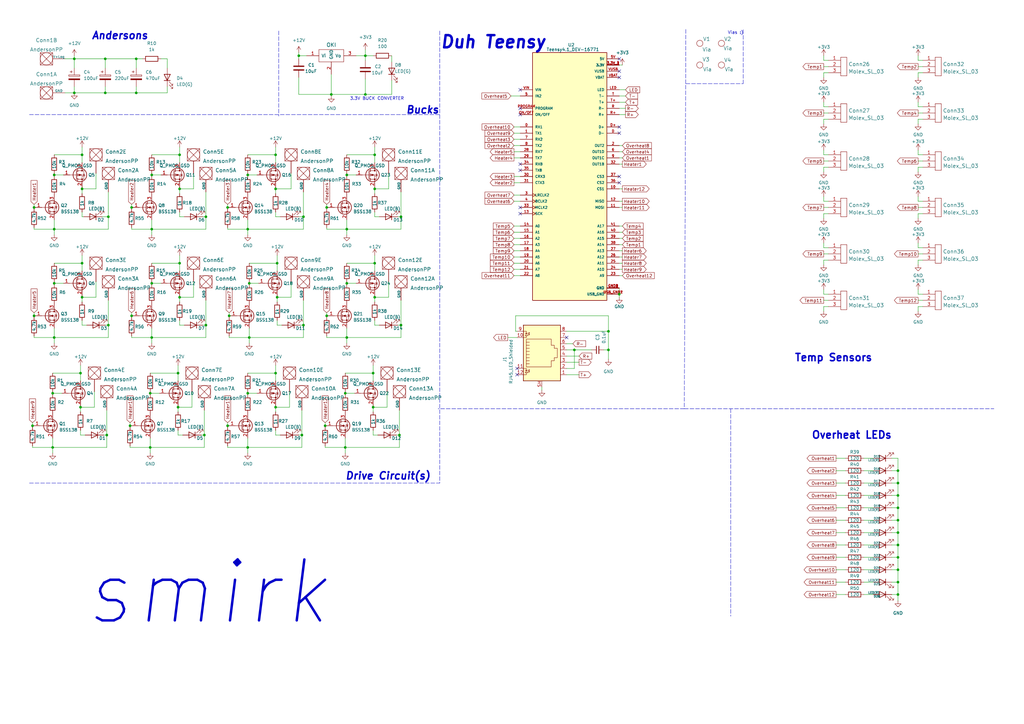
<source format=kicad_sch>
(kicad_sch (version 20211123) (generator eeschema)
  (paper "A3")
  (title_block (title "Water Heater Board - Rev2?") (rev "1") (company "Jacob Byers, Joshua Perkins") (comment 4 "MRDT"))
  (junction (at 61.595 161.29))
  (junction (at 368.3 213.36))
  (junction (at 123.825 178.435))
  (junction (at 55.88 38.1))
  (junction (at 44.45 88.9))
  (junction (at 368.3 208.28))
  (junction (at 153.67 77.47))
  (junction (at 21.59 183.515))
  (junction (at 101.6 183.515))
  (junction (at 368.3 203.2))
  (junction (at 235.585 143.51))
  (junction (at 368.3 243.84))
  (junction (at 102.235 116.205))
  (junction (at 73.66 107.95))
  (junction (at 53.975 129.54))
  (junction (at 153.67 121.92))
  (junction (at 73.66 63.5))
  (junction (at 122.555 22.86))
  (junction (at 73.66 121.92))
  (junction (at 142.24 116.205))
  (junction (at 102.235 138.43))
  (junction (at 368.3 223.52))
  (junction (at 153.67 107.95))
  (junction (at 53.975 85.09))
  (junction (at 368.3 228.6))
  (junction (at 149.86 22.86))
  (junction (at 13.97 129.54))
  (junction (at 62.23 93.98))
  (junction (at 164.465 88.9))
  (junction (at 368.3 233.68))
  (junction (at 62.23 116.205))
  (junction (at 153.67 63.5))
  (junction (at 142.24 93.98))
  (junction (at 163.83 178.435))
  (junction (at 22.225 138.43))
  (junction (at 33.02 153.035))
  (junction (at 33.655 77.47))
  (junction (at 249.555 143.51))
  (junction (at 33.655 121.92))
  (junction (at 254 120.65))
  (junction (at 101.6 93.98))
  (junction (at 93.345 174.625))
  (junction (at 73.025 167.005))
  (junction (at 83.82 178.435))
  (junction (at 368.3 238.76))
  (junction (at 13.97 85.09))
  (junction (at 141.605 183.515))
  (junction (at 133.35 174.625))
  (junction (at 124.46 133.35))
  (junction (at 33.655 63.5))
  (junction (at 113.665 121.92))
  (junction (at 153.035 153.035))
  (junction (at 142.24 138.43))
  (junction (at 133.985 85.09))
  (junction (at 113.03 153.035))
  (junction (at 142.24 71.755))
  (junction (at 141.605 161.29))
  (junction (at 249.555 135.89))
  (junction (at 368.3 218.44))
  (junction (at 368.3 198.12))
  (junction (at 133.985 129.54))
  (junction (at 113.03 77.47))
  (junction (at 13.335 174.625))
  (junction (at 33.02 167.005))
  (junction (at 101.6 161.29))
  (junction (at 84.455 133.35))
  (junction (at 30.48 24.13))
  (junction (at 101.6 71.755))
  (junction (at 62.23 138.43))
  (junction (at 21.59 161.29))
  (junction (at 43.815 178.435))
  (junction (at 30.48 38.1))
  (junction (at 113.03 167.005))
  (junction (at 124.46 88.9))
  (junction (at 22.225 116.205))
  (junction (at 153.035 167.005))
  (junction (at 93.98 129.54))
  (junction (at 53.34 174.625))
  (junction (at 93.345 85.09))
  (junction (at 73.66 77.47))
  (junction (at 33.655 107.95))
  (junction (at 43.18 38.1))
  (junction (at 22.225 93.98))
  (junction (at 113.03 63.5))
  (junction (at 84.455 88.9))
  (junction (at 135.89 38.735))
  (junction (at 368.3 193.04))
  (junction (at 22.225 71.755))
  (junction (at 61.595 183.515))
  (junction (at 43.18 24.13))
  (junction (at 113.665 107.95))
  (junction (at 55.88 24.13))
  (junction (at 73.025 153.035))
  (junction (at 62.23 71.755))
  (junction (at 44.45 133.35))
  (junction (at 149.86 38.735))
  (junction (at 164.465 133.35))
  (no_connect (at 254 24.13))
  (no_connect (at 232.41 138.43))
  (no_connect (at 213.36 46.99))
  (no_connect (at 212.09 151.13))
  (no_connect (at 213.36 36.83))
  (no_connect (at 254 31.75))
  (no_connect (at 254 29.21))
  (no_connect (at 254 74.93))
  (no_connect (at 212.09 153.67))
  (no_connect (at 254 52.07))
  (no_connect (at 213.36 87.63))
  (no_connect (at 213.36 85.09))
  (no_connect (at 213.36 44.45))
  (no_connect (at 254 54.61))
  (no_connect (at 254 72.39))
  (no_connect (at 213.36 69.85))
  (no_connect (at 213.36 67.31))
  (wire (pts (xy 55.88 38.1) (xy 55.88 35.56)))
  (wire (pts (xy 113.665 121.92) (xy 119.38 121.92)))
  (wire (pts (xy 93.345 174.625) (xy 93.98 174.625)))
  (wire (pts (xy 53.975 85.09) (xy 53.975 85.725)))
  (wire (pts (xy 21.59 183.515) (xy 21.59 185.801)))
  (wire (pts (xy 33.655 76.835) (xy 33.655 77.47)))
  (wire (pts (xy 339.725 48.895) (xy 337.82 48.895)))
  (wire (pts (xy 53.975 138.43) (xy 62.23 138.43)))
  (wire (pts (xy 255.27 95.25) (xy 254 95.25)))
  (wire (pts (xy 210.82 113.03) (xy 213.36 113.03)))
  (wire (pts (xy 254 46.99) (xy 256.54 46.99)))
  (wire (pts (xy 162.56 178.435) (xy 163.83 178.435)))
  (polyline (pts (xy 12.065 198.12) (xy 180.34 198.12)))
  (wire (pts (xy 337.82 104.14) (xy 339.725 104.14)))
  (wire (pts (xy 113.03 88.9) (xy 114.935 88.9)))
  (wire (pts (xy 254 120.65) (xy 254 121.92)))
  (wire (pts (xy 365.76 238.76) (xy 368.3 238.76)))
  (wire (pts (xy 211.455 129.54) (xy 211.455 135.89)))
  (wire (pts (xy 133.985 85.09) (xy 134.62 85.09)))
  (wire (pts (xy 378.46 24.765) (xy 376.555 24.765)))
  (wire (pts (xy 33.655 121.285) (xy 33.655 121.92)))
  (wire (pts (xy 339.725 29.845) (xy 337.82 29.845)))
  (wire (pts (xy 93.345 174.625) (xy 93.345 175.26)))
  (wire (pts (xy 62.23 90.17) (xy 62.23 93.98)))
  (wire (pts (xy 358.14 208.28) (xy 354.33 208.28)))
  (wire (pts (xy 30.48 35.56) (xy 30.48 38.1)))
  (polyline (pts (xy 12.065 46.99) (xy 151.13 46.99)))
  (wire (pts (xy 66.04 24.13) (xy 68.58 24.13)))
  (wire (pts (xy 339.725 43.815) (xy 337.82 43.815)))
  (wire (pts (xy 102.235 115.57) (xy 102.235 116.205)))
  (wire (pts (xy 61.595 179.705) (xy 61.595 183.515)))
  (wire (pts (xy 122.555 31.75) (xy 122.555 38.735)))
  (wire (pts (xy 101.6 71.755) (xy 105.41 71.755)))
  (wire (pts (xy 254 64.77) (xy 255.27 64.77)))
  (wire (pts (xy 210.82 80.01) (xy 213.36 80.01)))
  (wire (pts (xy 133.985 129.54) (xy 133.985 130.175)))
  (wire (pts (xy 153.67 121.92) (xy 153.67 123.825)))
  (wire (pts (xy 254 44.45) (xy 256.54 44.45)))
  (wire (pts (xy 13.97 85.09) (xy 13.97 85.725)))
  (wire (pts (xy 122.555 88.9) (xy 124.46 88.9)))
  (wire (pts (xy 101.6 93.98) (xy 101.6 96.266)))
  (wire (pts (xy 73.025 176.53) (xy 73.025 178.435)))
  (wire (pts (xy 133.35 183.515) (xy 141.605 183.515)))
  (wire (pts (xy 53.34 174.625) (xy 53.975 174.625)))
  (wire (pts (xy 93.98 129.54) (xy 94.615 129.54)))
  (wire (pts (xy 337.82 68.58) (xy 337.82 70.485)))
  (wire (pts (xy 142.24 71.12) (xy 142.24 71.755)))
  (polyline (pts (xy 151.13 46.99) (xy 180.34 46.99)))
  (wire (pts (xy 13.335 174.625) (xy 13.335 175.26)))
  (wire (pts (xy 365.76 208.28) (xy 368.3 208.28)))
  (wire (pts (xy 163.195 133.35) (xy 164.465 133.35)))
  (wire (pts (xy 113.03 153.035) (xy 113.03 156.21)))
  (wire (pts (xy 33.655 133.35) (xy 35.56 133.35)))
  (wire (pts (xy 358.14 228.6) (xy 354.33 228.6)))
  (wire (pts (xy 101.6 183.515) (xy 101.6 185.801)))
  (wire (pts (xy 365.76 187.96) (xy 368.3 187.96)))
  (wire (pts (xy 153.035 167.005) (xy 153.035 168.91)))
  (wire (pts (xy 101.6 153.035) (xy 113.03 153.035)))
  (wire (pts (xy 255.27 100.33) (xy 254 100.33)))
  (wire (pts (xy 30.48 24.13) (xy 30.48 22.86)))
  (wire (pts (xy 358.14 198.12) (xy 354.33 198.12)))
  (wire (pts (xy 337.82 66.04) (xy 339.725 66.04)))
  (wire (pts (xy 21.59 160.655) (xy 21.59 161.29)))
  (wire (pts (xy 159.385 77.47) (xy 159.385 71.12)))
  (wire (pts (xy 378.46 87.63) (xy 376.555 87.63)))
  (wire (pts (xy 62.23 138.43) (xy 62.23 140.716)))
  (wire (pts (xy 73.66 76.835) (xy 73.66 77.47)))
  (wire (pts (xy 142.24 138.43) (xy 142.24 140.716)))
  (wire (pts (xy 84.455 123.19) (xy 84.455 133.35)))
  (wire (pts (xy 93.345 83.82) (xy 93.345 85.09)))
  (wire (pts (xy 44.45 88.9) (xy 44.45 93.98)))
  (wire (pts (xy 55.88 27.94) (xy 55.88 24.13)))
  (wire (pts (xy 93.98 137.795) (xy 93.98 138.43)))
  (wire (pts (xy 79.375 121.92) (xy 79.375 115.57)))
  (polyline (pts (xy 304.8 12.192) (xy 304.8 34.29)))
  (wire (pts (xy 124.46 78.74) (xy 124.46 88.9)))
  (wire (pts (xy 153.035 167.005) (xy 158.75 167.005)))
  (wire (pts (xy 39.37 121.92) (xy 39.37 115.57)))
  (wire (pts (xy 113.665 121.92) (xy 113.665 123.825)))
  (wire (pts (xy 33.655 79.375) (xy 33.655 77.47)))
  (wire (pts (xy 78.74 167.005) (xy 78.74 160.655)))
  (wire (pts (xy 342.9 233.68) (xy 346.71 233.68)))
  (wire (pts (xy 160.655 22.86) (xy 160.655 25.4)))
  (wire (pts (xy 39.37 77.47) (xy 39.37 71.12)))
  (wire (pts (xy 133.985 128.27) (xy 133.985 129.54)))
  (wire (pts (xy 122.555 178.435) (xy 123.825 178.435)))
  (wire (pts (xy 113.03 76.835) (xy 113.03 77.47)))
  (wire (pts (xy 376.555 46.355) (xy 378.46 46.355)))
  (wire (pts (xy 255.27 67.31) (xy 254 67.31)))
  (wire (pts (xy 30.48 24.13) (xy 30.48 27.94)))
  (wire (pts (xy 160.655 33.02) (xy 160.655 38.735)))
  (wire (pts (xy 113.665 104.775) (xy 113.665 107.95)))
  (wire (pts (xy 376.555 87.63) (xy 376.555 89.535)))
  (wire (pts (xy 26.67 38.1) (xy 30.48 38.1)))
  (wire (pts (xy 73.66 121.285) (xy 73.66 121.92)))
  (polyline (pts (xy 281.305 12.065) (xy 280.67 167.64)))
  (wire (pts (xy 254 62.23) (xy 255.27 62.23)))
  (wire (pts (xy 22.225 71.755) (xy 22.225 72.39)))
  (wire (pts (xy 378.46 125.73) (xy 376.555 125.73)))
  (wire (pts (xy 22.225 116.205) (xy 26.035 116.205)))
  (wire (pts (xy 113.03 167.005) (xy 118.745 167.005)))
  (wire (pts (xy 210.82 74.93) (xy 213.36 74.93)))
  (wire (pts (xy 62.23 107.95) (xy 73.66 107.95)))
  (wire (pts (xy 22.225 63.5) (xy 33.655 63.5)))
  (wire (pts (xy 53.975 83.82) (xy 53.975 85.09)))
  (wire (pts (xy 337.82 82.55) (xy 337.82 80.645)))
  (wire (pts (xy 337.82 120.65) (xy 337.82 118.745)))
  (wire (pts (xy 13.335 183.515) (xy 21.59 183.515)))
  (wire (pts (xy 342.9 218.44) (xy 346.71 218.44)))
  (wire (pts (xy 93.345 93.98) (xy 101.6 93.98)))
  (wire (pts (xy 13.97 137.795) (xy 13.97 138.43)))
  (wire (pts (xy 93.98 128.27) (xy 93.98 129.54)))
  (wire (pts (xy 33.655 121.92) (xy 39.37 121.92)))
  (wire (pts (xy 342.9 228.6) (xy 346.71 228.6)))
  (wire (pts (xy 142.24 116.205) (xy 142.24 116.84)))
  (wire (pts (xy 43.18 27.94) (xy 43.18 24.13)))
  (wire (pts (xy 113.03 77.47) (xy 119.38 77.47)))
  (wire (pts (xy 153.67 86.995) (xy 153.67 88.9)))
  (wire (pts (xy 101.6 63.5) (xy 113.03 63.5)))
  (wire (pts (xy 339.725 82.55) (xy 337.82 82.55)))
  (wire (pts (xy 133.985 93.345) (xy 133.985 93.98)))
  (wire (pts (xy 21.59 179.705) (xy 21.59 183.515)))
  (wire (pts (xy 365.76 193.04) (xy 368.3 193.04)))
  (wire (pts (xy 73.025 178.435) (xy 74.93 178.435)))
  (wire (pts (xy 232.41 143.51) (xy 235.585 143.51)))
  (wire (pts (xy 235.585 151.13) (xy 232.41 151.13)))
  (wire (pts (xy 33.655 104.775) (xy 33.655 107.95)))
  (wire (pts (xy 365.76 198.12) (xy 368.3 198.12)))
  (polyline (pts (xy 114.3 12.7) (xy 114.3 47.625)))
  (wire (pts (xy 33.02 176.53) (xy 33.02 178.435)))
  (wire (pts (xy 232.41 146.05) (xy 237.49 146.05)))
  (wire (pts (xy 113.03 178.435) (xy 114.935 178.435)))
  (wire (pts (xy 93.345 85.09) (xy 93.98 85.09)))
  (wire (pts (xy 153.035 149.86) (xy 153.035 153.035)))
  (wire (pts (xy 208.28 138.43) (xy 212.09 138.43)))
  (wire (pts (xy 339.725 68.58) (xy 337.82 68.58)))
  (wire (pts (xy 22.225 138.43) (xy 22.225 140.716)))
  (wire (pts (xy 73.66 63.5) (xy 73.66 66.675)))
  (wire (pts (xy 101.6 71.755) (xy 101.6 72.39)))
  (wire (pts (xy 365.76 228.6) (xy 368.3 228.6)))
  (wire (pts (xy 153.67 60.325) (xy 153.67 63.5)))
  (wire (pts (xy 122.555 22.86) (xy 125.73 22.86)))
  (wire (pts (xy 365.76 213.36) (xy 368.3 213.36)))
  (wire (pts (xy 376.555 68.58) (xy 376.555 70.485)))
  (wire (pts (xy 254 59.69) (xy 255.27 59.69)))
  (wire (pts (xy 255.27 85.09) (xy 254 85.09)))
  (wire (pts (xy 210.82 102.87) (xy 213.36 102.87)))
  (wire (pts (xy 211.455 135.89) (xy 212.09 135.89)))
  (wire (pts (xy 135.89 38.735) (xy 122.555 38.735)))
  (wire (pts (xy 62.23 134.62) (xy 62.23 138.43)))
  (wire (pts (xy 122.555 21.59) (xy 122.555 22.86)))
  (wire (pts (xy 376.555 43.815) (xy 376.555 41.91)))
  (wire (pts (xy 158.75 167.005) (xy 158.75 160.655)))
  (wire (pts (xy 113.665 131.445) (xy 113.665 133.35)))
  (wire (pts (xy 378.46 106.68) (xy 376.555 106.68)))
  (wire (pts (xy 368.3 208.28) (xy 368.3 213.36)))
  (wire (pts (xy 21.59 183.515) (xy 43.815 183.515)))
  (wire (pts (xy 142.24 93.98) (xy 164.465 93.98)))
  (wire (pts (xy 102.235 107.95) (xy 113.665 107.95)))
  (wire (pts (xy 55.88 24.13) (xy 58.42 24.13)))
  (wire (pts (xy 368.3 193.04) (xy 368.3 198.12)))
  (wire (pts (xy 53.34 182.88) (xy 53.34 183.515)))
  (wire (pts (xy 255.27 105.41) (xy 254 105.41)))
  (wire (pts (xy 249.555 143.51) (xy 247.65 143.51)))
  (wire (pts (xy 337.82 125.73) (xy 337.82 127.635)))
  (wire (pts (xy 378.46 48.895) (xy 376.555 48.895)))
  (wire (pts (xy 254 41.91) (xy 256.54 41.91)))
  (wire (pts (xy 368.3 213.36) (xy 368.3 218.44)))
  (wire (pts (xy 368.3 238.76) (xy 368.3 243.84)))
  (wire (pts (xy 337.82 29.845) (xy 337.82 31.75)))
  (wire (pts (xy 368.3 223.52) (xy 368.3 228.6)))
  (wire (pts (xy 113.03 149.86) (xy 113.03 153.035)))
  (wire (pts (xy 210.82 105.41) (xy 213.36 105.41)))
  (wire (pts (xy 21.59 153.035) (xy 33.02 153.035)))
  (wire (pts (xy 101.6 183.515) (xy 123.825 183.515)))
  (wire (pts (xy 33.655 88.9) (xy 34.29 88.9)))
  (wire (pts (xy 255.27 102.87) (xy 254 102.87)))
  (wire (pts (xy 84.455 133.35) (xy 84.455 138.43)))
  (wire (pts (xy 102.235 138.43) (xy 124.46 138.43)))
  (wire (pts (xy 101.6 161.29) (xy 101.6 161.925)))
  (wire (pts (xy 113.03 60.325) (xy 113.03 63.5)))
  (wire (pts (xy 358.14 243.84) (xy 354.33 243.84)))
  (wire (pts (xy 232.41 140.97) (xy 234.95 140.97)))
  (wire (pts (xy 210.82 107.95) (xy 213.36 107.95)))
  (wire (pts (xy 68.58 38.1) (xy 55.88 38.1)))
  (wire (pts (xy 73.025 166.37) (xy 73.025 167.005)))
  (wire (pts (xy 378.46 68.58) (xy 376.555 68.58)))
  (wire (pts (xy 358.14 223.52) (xy 354.33 223.52)))
  (wire (pts (xy 210.82 97.79) (xy 213.36 97.79)))
  (wire (pts (xy 13.97 129.54) (xy 14.605 129.54)))
  (wire (pts (xy 153.67 133.35) (xy 155.575 133.35)))
  (wire (pts (xy 210.82 92.71) (xy 213.36 92.71)))
  (wire (pts (xy 62.23 71.12) (xy 62.23 71.755)))
  (wire (pts (xy 101.6 179.705) (xy 101.6 183.515)))
  (wire (pts (xy 33.655 86.995) (xy 33.655 88.9)))
  (wire (pts (xy 53.34 174.625) (xy 53.34 175.26)))
  (wire (pts (xy 62.23 116.205) (xy 62.23 116.84)))
  (wire (pts (xy 255.27 92.71) (xy 254 92.71)))
  (wire (pts (xy 153.035 178.435) (xy 154.94 178.435)))
  (wire (pts (xy 119.38 77.47) (xy 119.38 71.12)))
  (wire (pts (xy 93.345 182.88) (xy 93.345 183.515)))
  (wire (pts (xy 376.555 120.65) (xy 376.555 118.745)))
  (wire (pts (xy 33.02 167.005) (xy 38.735 167.005)))
  (wire (pts (xy 149.86 22.86) (xy 149.86 24.765)))
  (polyline (pts (xy 280.67 167.64) (xy 179.705 167.64)))
  (wire (pts (xy 122.555 24.13) (xy 122.555 22.86)))
  (wire (pts (xy 53.975 129.54) (xy 54.61 129.54)))
  (wire (pts (xy 149.86 32.385) (xy 149.86 38.735)))
  (wire (pts (xy 210.82 95.25) (xy 213.36 95.25)))
  (wire (pts (xy 358.14 203.2) (xy 354.33 203.2)))
  (wire (pts (xy 44.45 123.19) (xy 44.45 133.35)))
  (wire (pts (xy 142.24 107.95) (xy 153.67 107.95)))
  (wire (pts (xy 249.555 147.32) (xy 249.555 143.51)))
  (wire (pts (xy 376.555 24.765) (xy 376.555 22.86)))
  (wire (pts (xy 163.195 88.9) (xy 164.465 88.9)))
  (wire (pts (xy 153.67 104.775) (xy 153.67 107.95)))
  (wire (pts (xy 73.66 107.95) (xy 73.66 111.125)))
  (wire (pts (xy 101.6 90.17) (xy 101.6 93.98)))
  (wire (pts (xy 83.82 178.435) (xy 83.82 183.515)))
  (wire (pts (xy 255.27 107.95) (xy 254 107.95)))
  (wire (pts (xy 149.86 38.735) (xy 135.89 38.735)))
  (wire (pts (xy 376.555 125.73) (xy 376.555 127.635)))
  (wire (pts (xy 73.66 121.92) (xy 73.66 123.825)))
  (wire (pts (xy 342.9 238.76) (xy 346.71 238.76)))
  (wire (pts (xy 358.14 213.36) (xy 354.33 213.36)))
  (wire (pts (xy 163.83 168.275) (xy 163.83 178.435)))
  (polyline (pts (xy 180.34 165.735) (xy 180.34 198.12)))
  (wire (pts (xy 102.235 116.205) (xy 106.045 116.205)))
  (wire (pts (xy 124.46 88.9) (xy 124.46 93.98)))
  (wire (pts (xy 337.82 87.63) (xy 337.82 89.535)))
  (wire (pts (xy 83.185 133.35) (xy 84.455 133.35)))
  (wire (pts (xy 62.23 93.98) (xy 84.455 93.98)))
  (wire (pts (xy 378.46 101.6) (xy 376.555 101.6)))
  (wire (pts (xy 232.41 148.59) (xy 237.49 148.59)))
  (wire (pts (xy 337.82 85.09) (xy 339.725 85.09)))
  (wire (pts (xy 337.82 27.305) (xy 339.725 27.305)))
  (wire (pts (xy 73.025 167.005) (xy 73.025 168.91)))
  (wire (pts (xy 13.97 85.09) (xy 14.605 85.09)))
  (wire (pts (xy 133.35 174.625) (xy 133.35 175.26)))
  (wire (pts (xy 153.67 121.92) (xy 159.385 121.92)))
  (wire (pts (xy 133.35 182.88) (xy 133.35 183.515)))
  (wire (pts (xy 141.605 183.515) (xy 141.605 185.801)))
  (wire (pts (xy 22.225 71.12) (xy 22.225 71.755)))
  (wire (pts (xy 43.18 38.1) (xy 55.88 38.1)))
  (wire (pts (xy 13.335 173.355) (xy 13.335 174.625)))
  (wire (pts (xy 124.46 133.35) (xy 124.46 138.43)))
  (wire (pts (xy 22.225 138.43) (xy 44.45 138.43)))
  (wire (pts (xy 149.86 20.32) (xy 149.86 22.86)))
  (wire (pts (xy 153.67 63.5) (xy 153.67 66.675)))
  (wire (pts (xy 22.225 90.17) (xy 22.225 93.98)))
  (wire (pts (xy 376.555 104.14) (xy 378.46 104.14)))
  (wire (pts (xy 164.465 88.9) (xy 164.465 93.98)))
  (wire (pts (xy 113.665 133.35) (xy 115.57 133.35)))
  (wire (pts (xy 43.18 38.1) (xy 43.18 35.56)))
  (wire (pts (xy 141.605 160.655) (xy 141.605 161.29)))
  (wire (pts (xy 21.59 161.29) (xy 25.4 161.29)))
  (wire (pts (xy 73.025 149.86) (xy 73.025 153.035)))
  (wire (pts (xy 102.235 134.62) (xy 102.235 138.43)))
  (wire (pts (xy 142.24 90.17) (xy 142.24 93.98)))
  (wire (pts (xy 22.225 107.95) (xy 33.655 107.95)))
  (wire (pts (xy 13.97 129.54) (xy 13.97 130.175)))
  (wire (pts (xy 358.14 233.68) (xy 354.33 233.68)))
  (wire (pts (xy 337.82 101.6) (xy 337.82 99.695)))
  (wire (pts (xy 53.975 85.09) (xy 54.61 85.09)))
  (wire (pts (xy 13.97 128.27) (xy 13.97 129.54)))
  (wire (pts (xy 210.82 59.69) (xy 213.36 59.69)))
  (wire (pts (xy 164.465 78.74) (xy 164.465 88.9)))
  (wire (pts (xy 55.88 24.13) (xy 43.18 24.13)))
  (wire (pts (xy 249.555 135.89) (xy 249.555 129.54)))
  (wire (pts (xy 337.82 123.19) (xy 339.725 123.19)))
  (wire (pts (xy 255.27 82.55) (xy 254 82.55)))
  (wire (pts (xy 22.225 115.57) (xy 22.225 116.205)))
  (wire (pts (xy 123.825 168.275) (xy 123.825 178.435)))
  (wire (pts (xy 22.225 71.755) (xy 26.035 71.755)))
  (polyline (pts (xy 280.67 167.64) (xy 407.67 167.64)))
  (wire (pts (xy 339.725 24.765) (xy 337.82 24.765)))
  (wire (pts (xy 141.605 179.705) (xy 141.605 183.515)))
  (wire (pts (xy 62.23 138.43) (xy 84.455 138.43)))
  (wire (pts (xy 142.24 116.205) (xy 146.05 116.205)))
  (wire (pts (xy 210.82 100.33) (xy 213.36 100.33)))
  (wire (pts (xy 93.345 85.09) (xy 93.345 85.725)))
  (wire (pts (xy 337.82 43.815) (xy 337.82 41.91)))
  (wire (pts (xy 68.58 27.94) (xy 68.58 24.13)))
  (wire (pts (xy 82.55 178.435) (xy 83.82 178.435)))
  (wire (pts (xy 53.975 93.345) (xy 53.975 93.98)))
  (wire (pts (xy 53.975 129.54) (xy 53.975 130.175)))
  (wire (pts (xy 118.745 167.005) (xy 118.745 160.655)))
  (wire (pts (xy 376.555 27.305) (xy 378.46 27.305)))
  (wire (pts (xy 378.46 120.65) (xy 376.555 120.65)))
  (wire (pts (xy 376.555 106.68) (xy 376.555 108.585)))
  (wire (pts (xy 33.655 121.92) (xy 33.655 123.825)))
  (wire (pts (xy 135.89 30.48) (xy 135.89 38.735)))
  (polyline (pts (xy 281.305 34.29) (xy 304.8 34.29)))
  (wire (pts (xy 337.82 46.355) (xy 339.725 46.355)))
  (wire (pts (xy 255.27 110.49) (xy 254 110.49)))
  (wire (pts (xy 358.14 187.96) (xy 354.33 187.96)))
  (wire (pts (xy 254 113.03) (xy 255.27 113.03)))
  (wire (pts (xy 93.98 129.54) (xy 93.98 130.175)))
  (wire (pts (xy 342.9 213.36) (xy 346.71 213.36)))
  (wire (pts (xy 149.86 38.735) (xy 160.655 38.735)))
  (wire (pts (xy 376.555 48.895) (xy 376.555 50.8)))
  (wire (pts (xy 222.25 158.75) (xy 222.25 160.02)))
  (wire (pts (xy 43.815 178.435) (xy 43.815 183.515)))
  (wire (pts (xy 33.02 167.005) (xy 33.02 168.91)))
  (wire (pts (xy 365.76 203.2) (xy 368.3 203.2)))
  (wire (pts (xy 42.545 178.435) (xy 43.815 178.435)))
  (wire (pts (xy 22.225 93.98) (xy 22.225 96.266)))
  (wire (pts (xy 339.725 125.73) (xy 337.82 125.73)))
  (wire (pts (xy 133.985 85.09) (xy 133.985 85.725)))
  (wire (pts (xy 22.225 116.205) (xy 22.225 116.84)))
  (wire (pts (xy 124.46 123.19) (xy 124.46 133.35)))
  (wire (pts (xy 342.9 193.04) (xy 346.71 193.04)))
  (wire (pts (xy 93.345 183.515) (xy 101.6 183.515)))
  (wire (pts (xy 101.6 160.655) (xy 101.6 161.29)))
  (wire (pts (xy 38.735 167.005) (xy 38.735 160.655)))
  (wire (pts (xy 342.9 223.52) (xy 346.71 223.52)))
  (wire (pts (xy 93.98 138.43) (xy 102.235 138.43)))
  (wire (pts (xy 113.03 167.005) (xy 113.03 168.91)))
  (wire (pts (xy 113.03 176.53) (xy 113.03 178.435)))
  (wire (pts (xy 232.41 153.67) (xy 237.49 153.67)))
  (wire (pts (xy 378.46 43.815) (xy 376.555 43.815)))
  (wire (pts (xy 53.34 173.355) (xy 53.34 174.625)))
  (wire (pts (xy 73.66 133.35) (xy 75.565 133.35)))
  (wire (pts (xy 33.02 166.37) (xy 33.02 167.005)))
  (wire (pts (xy 368.3 233.68) (xy 368.3 238.76)))
  (wire (pts (xy 113.03 86.995) (xy 113.03 88.9)))
  (wire (pts (xy 113.03 77.47) (xy 113.03 79.375)))
  (wire (pts (xy 210.82 82.55) (xy 213.36 82.55)))
  (wire (pts (xy 22.225 134.62) (xy 22.225 138.43)))
  (wire (pts (xy 84.455 88.9) (xy 84.455 93.98)))
  (wire (pts (xy 53.975 137.795) (xy 53.975 138.43)))
  (wire (pts (xy 13.97 93.345) (xy 13.97 93.98)))
  (wire (pts (xy 249.555 129.54) (xy 211.455 129.54)))
  (wire (pts (xy 368.3 198.12) (xy 368.3 203.2)))
  (wire (pts (xy 26.67 24.13) (xy 30.48 24.13)))
  (wire (pts (xy 30.48 24.13) (xy 43.18 24.13)))
  (wire (pts (xy 79.375 77.47) (xy 79.375 71.12)))
  (wire (pts (xy 254 118.11) (xy 254 120.65)))
  (wire (pts (xy 62.23 71.755) (xy 66.04 71.755)))
  (wire (pts (xy 337.82 106.68) (xy 337.82 108.585)))
  (wire (pts (xy 113.03 166.37) (xy 113.03 167.005)))
  (wire (pts (xy 254 39.37) (xy 256.54 39.37)))
  (wire (pts (xy 93.345 173.355) (xy 93.345 174.625)))
  (wire (pts (xy 365.76 233.68) (xy 368.3 233.68)))
  (wire (pts (xy 73.66 104.775) (xy 73.66 107.95)))
  (wire (pts (xy 13.97 93.98) (xy 22.225 93.98)))
  (wire (pts (xy 339.725 120.65) (xy 337.82 120.65)))
  (wire (pts (xy 153.67 77.47) (xy 153.67 79.375)))
  (wire (pts (xy 73.025 167.005) (xy 78.74 167.005)))
  (wire (pts (xy 337.82 24.765) (xy 337.82 22.86)))
  (wire (pts (xy 133.985 137.795) (xy 133.985 138.43)))
  (wire (pts (xy 210.82 64.77) (xy 213.36 64.77)))
  (wire (pts (xy 53.975 128.27) (xy 53.975 129.54)))
  (wire (pts (xy 13.97 138.43) (xy 22.225 138.43)))
  (wire (pts (xy 153.67 77.47) (xy 159.385 77.47)))
  (wire (pts (xy 43.18 133.35) (xy 44.45 133.35)))
  (wire (pts (xy 210.82 52.07) (xy 213.36 52.07)))
  (wire (pts (xy 142.24 71.755) (xy 142.24 72.39)))
  (wire (pts (xy 142.24 93.98) (xy 142.24 96.266)))
  (wire (pts (xy 210.82 72.39) (xy 213.36 72.39)))
  (wire (pts (xy 342.9 243.84) (xy 346.71 243.84)))
  (wire (pts (xy 83.82 168.275) (xy 83.82 178.435)))
  (wire (pts (xy 83.185 88.9) (xy 84.455 88.9)))
  (wire (pts (xy 376.555 82.55) (xy 376.555 80.645)))
  (wire (pts (xy 142.24 115.57) (xy 142.24 116.205)))
  (wire (pts (xy 21.59 161.29) (xy 21.59 161.925)))
  (wire (pts (xy 339.725 106.68) (xy 337.82 106.68)))
  (wire (pts (xy 368.3 218.44) (xy 368.3 223.52)))
  (wire (pts (xy 13.335 174.625) (xy 13.97 174.625)))
  (wire (pts (xy 102.235 138.43) (xy 102.235 140.716)))
  (wire (pts (xy 358.14 218.44) (xy 354.33 218.44)))
  (wire (pts (xy 337.82 63.5) (xy 337.82 61.595)))
  (wire (pts (xy 232.41 135.89) (xy 249.555 135.89)))
  (wire (pts (xy 73.66 77.47) (xy 73.66 79.375)))
  (wire (pts (xy 368.3 187.96) (xy 368.3 193.04)))
  (wire (pts (xy 61.595 183.515) (xy 61.595 185.801)))
  (wire (pts (xy 254 77.47) (xy 255.27 77.47)))
  (wire (pts (xy 153.035 166.37) (xy 153.035 167.005)))
  (wire (pts (xy 153.035 153.035) (xy 153.035 156.21)))
  (wire (pts (xy 133.35 173.355) (xy 133.35 174.625)))
  (polyline (pts (xy 180.34 12.7) (xy 180.34 165.1)))
  (wire (pts (xy 337.82 48.895) (xy 337.82 50.8)))
  (wire (pts (xy 339.725 101.6) (xy 337.82 101.6)))
  (wire (pts (xy 44.45 78.74) (xy 44.45 88.9)))
  (wire (pts (xy 53.975 93.98) (xy 62.23 93.98)))
  (wire (pts (xy 68.58 35.56) (xy 68.58 38.1)))
  (wire (pts (xy 254 26.67) (xy 255.27 26.67)))
  (wire (pts (xy 33.655 77.47) (xy 39.37 77.47)))
  (wire (pts (xy 61.595 161.29) (xy 65.405 161.29)))
  (wire (pts (xy 368.3 243.84) (xy 368.3 246.38)))
  (wire (pts (xy 102.235 116.205) (xy 102.235 116.84)))
  (wire (pts (xy 133.35 174.625) (xy 133.985 174.625)))
  (wire (pts (xy 249.555 143.51) (xy 249.555 135.89)))
  (wire (pts (xy 119.38 121.92) (xy 119.38 115.57)))
  (wire (pts (xy 61.595 183.515) (xy 83.82 183.515)))
  (wire (pts (xy 235.585 143.51) (xy 242.57 143.51)))
  (wire (pts (xy 141.605 161.29) (xy 145.415 161.29)))
  (wire (pts (xy 365.76 223.52) (xy 368.3 223.52)))
  (wire (pts (xy 365.76 218.44) (xy 368.3 218.44)))
  (wire (pts (xy 33.655 107.95) (xy 33.655 111.125)))
  (wire (pts (xy 61.595 160.655) (xy 61.595 161.29)))
  (wire (pts (xy 62.23 63.5) (xy 73.66 63.5)))
  (wire (pts (xy 376.555 123.19) (xy 378.46 123.19)))
  (wire (pts (xy 62.23 115.57) (xy 62.23 116.205)))
  (wire (pts (xy 142.24 138.43) (xy 164.465 138.43)))
  (wire (pts (xy 43.815 168.275) (xy 43.815 178.435)))
  (wire (pts (xy 73.66 121.92) (xy 79.375 121.92)))
  (wire (pts (xy 339.725 87.63) (xy 337.82 87.63)))
  (wire (pts (xy 142.24 134.62) (xy 142.24 138.43)))
  (wire (pts (xy 73.66 88.9) (xy 75.565 88.9)))
  (wire (pts (xy 33.655 60.325) (xy 33.655 63.5)))
  (wire (pts (xy 255.27 97.79) (xy 254 97.79)))
  (wire (pts (xy 368.3 228.6) (xy 368.3 233.68)))
  (wire (pts (xy 33.655 131.445) (xy 33.655 133.35)))
  (wire (pts (xy 93.345 93.345) (xy 93.345 93.98)))
  (wire (pts (xy 209.55 39.37) (xy 213.36 39.37)))
  (wire (pts (xy 149.86 22.86) (xy 153.035 22.86)))
  (wire (pts (xy 62.23 93.98) (xy 62.23 96.266)))
  (wire (pts (xy 44.45 133.35) (xy 44.45 138.43)))
  (wire (pts (xy 133.985 93.98) (xy 142.24 93.98)))
  (wire (pts (xy 210.82 110.49) (xy 213.36 110.49)))
  (wire (pts (xy 153.67 107.95) (xy 153.67 111.125)))
  (wire (pts (xy 342.9 203.2) (xy 346.71 203.2)))
  (wire (pts (xy 164.465 123.19) (xy 164.465 133.35)))
  (wire (pts (xy 153.67 121.285) (xy 153.67 121.92)))
  (wire (pts (xy 53.34 183.515) (xy 61.595 183.515)))
  (wire (pts (xy 376.555 85.09) (xy 378.46 85.09)))
  (wire (pts (xy 142.24 63.5) (xy 153.67 63.5)))
  (wire (pts (xy 113.665 107.95) (xy 113.665 111.125)))
  (wire (pts (xy 62.23 71.755) (xy 62.23 72.39)))
  (wire (pts (xy 376.555 29.845) (xy 376.555 31.75)))
  (wire (pts (xy 33.655 63.5) (xy 33.655 66.675)))
  (wire (pts (xy 153.67 131.445) (xy 153.67 133.35)))
  (wire (pts (xy 33.02 178.435) (xy 34.925 178.435)))
  (wire (pts (xy 101.6 71.12) (xy 101.6 71.755)))
  (wire (pts (xy 365.76 243.84) (xy 368.3 243.84)))
  (wire (pts (xy 358.14 238.76) (xy 354.33 238.76)))
  (wire (pts (xy 153.035 176.53) (xy 153.035 178.435)))
  (wire (pts (xy 376.555 63.5) (xy 376.555 61.595)))
  (wire (pts (xy 141.605 183.515) (xy 163.83 183.515)))
  (wire (pts (xy 342.9 198.12) (xy 346.71 198.12)))
  (wire (pts (xy 73.66 86.995) (xy 73.66 88.9)))
  (wire (pts (xy 33.02 149.86) (xy 33.02 153.035)))
  (wire (pts (xy 210.82 62.23) (xy 213.36 62.23)))
  (wire (pts (xy 368.3 203.2) (xy 368.3 208.28)))
  (wire (pts (xy 376.555 101.6) (xy 376.555 99.695)))
  (wire (pts (xy 123.825 178.435) (xy 123.825 183.515)))
  (wire (pts (xy 61.595 161.29) (xy 61.595 161.925)))
  (wire (pts (xy 210.82 54.61) (xy 213.36 54.61)))
  (wire (pts (xy 135.89 38.735) (xy 135.89 39.37)))
  (wire (pts (xy 141.605 153.035) (xy 153.035 153.035)))
  (wire (pts (xy 164.465 133.35) (xy 164.465 138.43)))
  (polyline (pts (xy 299.72 167.64) (xy 299.72 252.73)))
  (wire (pts (xy 13.335 182.88) (xy 13.335 183.515)))
  (wire (pts (xy 342.9 208.28) (xy 346.71 208.28)))
  (wire (pts (xy 142.24 71.755) (xy 146.05 71.755)))
  (wire (pts (xy 378.46 82.55) (xy 376.555 82.55)))
  (wire (pts (xy 133.985 83.82) (xy 133.985 85.09)))
  (wire (pts (xy 73.66 60.325) (xy 73.66 63.5)))
  (wire (pts (xy 342.9 187.96) (xy 346.71 187.96)))
  (wire (pts (xy 146.05 22.86) (xy 149.86 22.86)))
  (wire (pts (xy 113.665 121.285) (xy 113.665 121.92)))
  (wire (pts (xy 378.46 29.845) (xy 376.555 29.845)))
  (wire (pts (xy 41.91 88.9) (xy 44.45 88.9)))
  (wire (pts (xy 33.02 153.035) (xy 33.02 156.21)))
  (wire (pts (xy 133.985 138.43) (xy 142.24 138.43)))
  (wire (pts (xy 84.455 78.74) (xy 84.455 88.9)))
  (wire (pts (xy 153.67 88.9) (xy 155.575 88.9)))
  (wire (pts (xy 73.66 131.445) (xy 73.66 133.35)))
  (wire (pts (xy 22.225 93.98) (xy 44.45 93.98)))
  (wire (pts (xy 61.595 153.035) (xy 73.025 153.035)))
  (wire (pts (xy 339.725 63.5) (xy 337.82 63.5)))
  (wire (pts (xy 153.67 76.835) (xy 153.67 77.47)))
  (wire (pts (xy 378.46 63.5) (xy 376.555 63.5)))
  (wire (pts (xy 13.97 83.82) (xy 13.97 85.09)))
  (wire (pts (xy 30.48 38.1) (xy 43.18 38.1)))
  (wire (pts (xy 73.025 153.035) (xy 73.025 156.21)))
  (wire (pts (xy 159.385 121.92) (xy 159.385 115.57)))
  (wire (pts (xy 163.83 178.435) (xy 163.83 183.515)))
  (wire (pts (xy 376.555 66.04) (xy 378.46 66.04)))
  (wire (pts (xy 235.585 143.51) (xy 235.585 151.13)))
  (wire (pts (xy 358.14 193.04) (xy 354.33 193.04)))
  (wire (pts (xy 133.985 129.54) (xy 134.62 129.54)))
  (wire (pts (xy 101.6 161.29) (xy 105.41 161.29)))
  (wire (pts (xy 101.6 93.98) (xy 124.46 93.98)))
  (wire (pts (xy 123.19 133.35) (xy 124.46 133.35)))
  (wire (pts (xy 254 36.83) (xy 256.54 36.83)))
  (wire (pts (xy 210.82 57.15) (xy 213.36 57.15)))
  (wire (pts (xy 73.66 77.47) (xy 79.375 77.47)))
  (wire (pts (xy 113.03 63.5) (xy 113.03 66.675)))
  (wire (pts (xy 141.605 161.29) (xy 141.605 161.925)))
  (wire (pts (xy 62.23 116.205) (xy 66.04 116.205)))
  (text "Drive Circuit(s)" (at 141.478 197.104 0) (effects (font (size 3 3) (thickness 0.6) bold italic) (justify left bottom)))
  (text "Temp Sensors" (at 325.755 148.59 0) (effects (font (size 3 3) (thickness 0.6) bold) (justify left bottom)))
  (text "Duh Teensy" (at 180.34 20.32 0) (effects (font (size 5 5) (thickness 1) bold italic) (justify left bottom)))
  (text "Andersons" (at 37.465 16.51 0) (effects (font (size 3 3) (thickness 0.6) bold italic) (justify left bottom)))
  (text "3.3V BUCK CONVERTER" (at 143.51 41.275 0) (effects (font (size 1.27 1.27)) (justify left bottom)))
  (text "Bucks" (at 166.37 46.99 0) (effects (font (size 3 3) (thickness 0.6) bold italic) (justify left bottom)))
  (text "Vias :)" (at 298.45 14.224 0) (effects (font (size 1.27 1.27)) (justify left bottom)))
  (text "Overheat LEDs" (at 332.74 180.34 0) (effects (font (size 3 3) (thickness 0.6) bold) (justify left bottom)))
  (text "smirk" (at 34.29 257.81 0) (effects (font (size 25 25) (thickness 1) bold italic) (justify left bottom)))
  (global_label "Heater10" (shape output) (at 255.27 82.55 0) (property "Intersheet References" "${INTERSHEET_REFS}" (effects hide)))
  (global_label "Temp2" (shape input) (at 255.27 97.79 0) (property "Intersheet References" "${INTERSHEET_REFS}" (effects hide)))
  (global_label "Heater9" (shape input) (at 13.335 173.355 90) (property "Intersheet References" "${INTERSHEET_REFS}" (effects hide)))
  (global_label "Overheat3" (shape input) (at 210.82 57.15 180) (property "Intersheet References" "${INTERSHEET_REFS}" (effects hide)))
  (global_label "Overheat10" (shape output) (at 342.9 233.68 180) (property "Intersheet References" "${INTERSHEET_REFS}" (effects hide)))
  (global_label "Overheat8" (shape input) (at 255.27 59.69 0) (property "Intersheet References" "${INTERSHEET_REFS}" (effects hide)))
  (global_label "Overheat11" (shape input) (at 210.82 113.03 180) (property "Intersheet References" "${INTERSHEET_REFS}" (effects hide)))
  (global_label "Overheat11" (shape output) (at 342.9 238.76 180) (property "Intersheet References" "${INTERSHEET_REFS}" (effects hide)))
  (global_label "Heater11" (shape output) (at 255.27 85.09 0) (property "Intersheet References" "${INTERSHEET_REFS}" (effects hide)))
  (global_label "Heater12" (shape input) (at 133.35 173.355 90) (property "Intersheet References" "${INTERSHEET_REFS}" (effects hide)))
  (global_label "Temp12" (shape output) (at 376.555 123.19 180) (property "Intersheet References" "${INTERSHEET_REFS}" (effects hide)))
  (global_label "Temp10" (shape output) (at 376.555 104.14 180) (property "Intersheet References" "${INTERSHEET_REFS}" (effects hide)))
  (global_label "Overheat12" (shape output) (at 342.9 243.84 180) (property "Intersheet References" "${INTERSHEET_REFS}" (effects hide)))
  (global_label "Temp8" (shape output) (at 376.555 85.09 180) (property "Intersheet References" "${INTERSHEET_REFS}" (effects hide)))
  (global_label "Heater3" (shape input) (at 93.345 83.82 90) (property "Intersheet References" "${INTERSHEET_REFS}" (effects hide)))
  (global_label "Overheat6" (shape output) (at 342.9 213.36 180) (property "Intersheet References" "${INTERSHEET_REFS}" (effects hide)))
  (global_label "Heater5" (shape output) (at 210.82 62.23 180) (property "Intersheet References" "${INTERSHEET_REFS}" (effects hide)))
  (global_label "Heater9" (shape output) (at 255.27 110.49 0) (property "Intersheet References" "${INTERSHEET_REFS}" (effects hide)))
  (global_label "Heater6" (shape input) (at 53.975 128.27 90) (property "Intersheet References" "${INTERSHEET_REFS}" (effects hide)))
  (global_label "Overheat1" (shape input) (at 255.27 64.77 0) (property "Intersheet References" "${INTERSHEET_REFS}" (effects hide)))
  (global_label "Temp10" (shape input) (at 210.82 105.41 180) (property "Intersheet References" "${INTERSHEET_REFS}" (effects hide)))
  (global_label "LED" (shape input) (at 256.54 36.83 0) (property "Intersheet References" "${INTERSHEET_REFS}" (effects hide)))
  (global_label "T+" (shape output) (at 237.49 153.67 0) (property "Intersheet References" "${INTERSHEET_REFS}" (effects hide)))
  (global_label "Heater4" (shape output) (at 210.82 64.77 180) (property "Intersheet References" "${INTERSHEET_REFS}" (effects hide)))
  (global_label "Heater7" (shape input) (at 93.98 128.27 90) (property "Intersheet References" "${INTERSHEET_REFS}" (effects hide)))
  (global_label "Overheat2" (shape input) (at 210.82 59.69 180) (property "Intersheet References" "${INTERSHEET_REFS}" (effects hide)))
  (global_label "Temp7" (shape output) (at 337.82 85.09 180) (property "Intersheet References" "${INTERSHEET_REFS}" (effects hide)))
  (global_label "R+" (shape input) (at 237.49 146.05 0) (property "Intersheet References" "${INTERSHEET_REFS}" (effects hide)))
  (global_label "T-" (shape input) (at 256.54 39.37 0) (property "Intersheet References" "${INTERSHEET_REFS}" (effects hide)))
  (global_label "Overheat5" (shape input) (at 209.55 39.37 180) (property "Intersheet References" "${INTERSHEET_REFS}" (effects hide)))
  (global_label "T-" (shape output) (at 237.49 148.59 0) (property "Intersheet References" "${INTERSHEET_REFS}" (effects hide)))
  (global_label "Overheat1" (shape output) (at 342.9 187.96 180) (property "Intersheet References" "${INTERSHEET_REFS}" (effects hide)))
  (global_label "Overheat10" (shape input) (at 210.82 52.07 180) (property "Intersheet References" "${INTERSHEET_REFS}" (effects hide)))
  (global_label "R-" (shape output) (at 256.54 44.45 0) (property "Intersheet References" "${INTERSHEET_REFS}" (effects hide)))
  (global_label "Temp9" (shape input) (at 210.82 102.87 180) (property "Intersheet References" "${INTERSHEET_REFS}" (effects hide)))
  (global_label "Heater1" (shape output) (at 255.27 67.31 0) (property "Intersheet References" "${INTERSHEET_REFS}" (effects hide)))
  (global_label "Overheat4" (shape input) (at 255.27 62.23 0) (property "Intersheet References" "${INTERSHEET_REFS}" (effects hide)))
  (global_label "Heater8" (shape input) (at 133.985 128.27 90) (property "Intersheet References" "${INTERSHEET_REFS}" (effects hide)))
  (global_label "Overheat3" (shape output) (at 342.9 198.12 180) (property "Intersheet References" "${INTERSHEET_REFS}" (effects hide)))
  (global_label "Temp11" (shape output) (at 337.82 123.19 180) (property "Intersheet References" "${INTERSHEET_REFS}" (effects hide)))
  (global_label "Temp3" (shape input) (at 255.27 95.25 0) (property "Intersheet References" "${INTERSHEET_REFS}" (effects hide)))
  (global_label "Heater5" (shape input) (at 13.97 128.27 90) (property "Intersheet References" "${INTERSHEET_REFS}" (effects hide)))
  (global_label "Temp4" (shape input) (at 255.27 92.71 0) (property "Intersheet References" "${INTERSHEET_REFS}" (effects hide)))
  (global_label "Overheat9" (shape input) (at 210.82 54.61 180) (property "Intersheet References" "${INTERSHEET_REFS}" (effects hide)))
  (global_label "Heater3" (shape output) (at 210.82 72.39 180) (property "Intersheet References" "${INTERSHEET_REFS}" (effects hide)))
  (global_label "Overheat5" (shape output) (at 342.9 208.28 180) (property "Intersheet References" "${INTERSHEET_REFS}" (effects hide)))
  (global_label "Heater1" (shape input) (at 13.97 83.82 90) (property "Intersheet References" "${INTERSHEET_REFS}" (effects hide)))
  (global_label "Temp11" (shape input) (at 210.82 107.95 180) (property "Intersheet References" "${INTERSHEET_REFS}" (effects hide)))
  (global_label "Overheat9" (shape output) (at 342.9 228.6 180) (property "Intersheet References" "${INTERSHEET_REFS}" (effects hide)))
  (global_label "Heater8" (shape output) (at 255.27 107.95 0) (property "Intersheet References" "${INTERSHEET_REFS}" (effects hide)))
  (global_label "Heater12" (shape output) (at 255.27 77.47 0) (property "Intersheet References" "${INTERSHEET_REFS}" (effects hide)))
  (global_label "Overheat4" (shape output) (at 342.9 203.2 180) (property "Intersheet References" "${INTERSHEET_REFS}" (effects hide)))
  (global_label "Overheat2" (shape output) (at 342.9 193.04 180) (property "Intersheet References" "${INTERSHEET_REFS}" (effects hide)))
  (global_label "Temp1" (shape output) (at 337.82 27.305 180) (property "Intersheet References" "${INTERSHEET_REFS}" (effects hide)))
  (global_label "Temp7" (shape input) (at 210.82 97.79 180) (property "Intersheet References" "${INTERSHEET_REFS}" (effects hide)))
  (global_label "T+" (shape input) (at 256.54 41.91 0) (property "Intersheet References" "${INTERSHEET_REFS}" (effects hide)))
  (global_label "Overheat8" (shape output) (at 342.9 223.52 180) (property "Intersheet References" "${INTERSHEET_REFS}" (effects hide)))
  (global_label "Overheat7" (shape input) (at 210.82 80.01 180) (property "Intersheet References" "${INTERSHEET_REFS}" (effects hide)))
  (global_label "Heater6" (shape output) (at 255.27 102.87 0) (property "Intersheet References" "${INTERSHEET_REFS}" (effects hide)))
  (global_label "LED" (shape output) (at 208.28 138.43 180) (property "Intersheet References" "${INTERSHEET_REFS}" (effects hide)))
  (global_label "Temp1" (shape input) (at 255.27 100.33 0) (property "Intersheet References" "${INTERSHEET_REFS}" (effects hide)))
  (global_label "Temp6" (shape output) (at 376.555 66.04 180) (property "Intersheet References" "${INTERSHEET_REFS}" (effects hide)))
  (global_label "Temp2" (shape output) (at 376.555 27.305 180) (property "Intersheet References" "${INTERSHEET_REFS}" (effects hide)))
  (global_label "Heater7" (shape output) (at 255.27 105.41 0) (property "Intersheet References" "${INTERSHEET_REFS}" (effects hide)))
  (global_label "R-" (shape input) (at 234.95 140.97 0) (property "Intersheet References" "${INTERSHEET_REFS}" (effects hide)))
  (global_label "Heater10" (shape input) (at 53.34 173.355 90) (property "Intersheet References" "${INTERSHEET_REFS}" (effects hide)))
  (global_label "Overheat6" (shape input) (at 210.82 82.55 180) (property "Intersheet References" "${INTERSHEET_REFS}" (effects hide)))
  (global_label "Temp5" (shape input) (at 210.82 92.71 180) (property "Intersheet References" "${INTERSHEET_REFS}" (effects hide)))
  (global_label "Temp6" (shape input) (at 210.82 95.25 180) (property "Intersheet References" "${INTERSHEET_REFS}" (effects hide)))
  (global_label "Heater11" (shape input) (at 93.345 173.355 90) (property "Intersheet References" "${INTERSHEET_REFS}" (effects hide)))
  (global_label "Heater2" (shape input) (at 53.975 83.82 90) (property "Intersheet References" "${INTERSHEET_REFS}" (effects hide)))
  (global_label "Temp9" (shape output) (at 337.82 104.14 180) (property "Intersheet References" "${INTERSHEET_REFS}" (effects hide)))
  (global_label "Heater4" (shape input) (at 133.985 83.82 90) (property "Intersheet References" "${INTERSHEET_REFS}" (effects hide)))
  (global_label "Overheat7" (shape output) (at 342.9 218.44 180) (property "Intersheet References" "${INTERSHEET_REFS}" (effects hide)))
  (global_label "Temp3" (shape output) (at 337.82 46.355 180) (property "Intersheet References" "${INTERSHEET_REFS}" (effects hide)))
  (global_label "Overheat12" (shape input) (at 255.27 113.03 0) (property "Intersheet References" "${INTERSHEET_REFS}" (effects hide)))
  (global_label "Temp12" (shape input) (at 210.82 110.49 180) (property "Intersheet References" "${INTERSHEET_REFS}" (effects hide)))
  (global_label "R+" (shape output) (at 256.54 46.99 0) (property "Intersheet References" "${INTERSHEET_REFS}" (effects hide)))
  (global_label "Temp8" (shape input) (at 210.82 100.33 180) (property "Intersheet References" "${INTERSHEET_REFS}" (effects hide)))
  (global_label "Heater2" (shape output) (at 210.82 74.93 180) (property "Intersheet References" "${INTERSHEET_REFS}" (effects hide)))
  (global_label "Temp4" (shape output) (at 376.555 46.355 180) (property "Intersheet References" "${INTERSHEET_REFS}" (effects hide)))
  (global_label "Temp5" (shape output) (at 337.82 66.04 180) (property "Intersheet References" "${INTERSHEET_REFS}" (effects hide)))
  (symbol (lib_id "Device:R") (at 62.23 24.13 90) (unit 1)
    (property "Reference" "R10" (at 62.23 17.78 90))
    (property "Value" "1k" (at 62.23 20.32 90))
    (property "Footprint" "Resistor_SMD:R_0603_1608Metric_Pad0.98x0.95mm_HandSolder" (effects hide))
  )
  (symbol (lib_id "MRDT_Connectors:Molex_SL_03") (at 383.54 69.85 0) (unit 1)
    (property "Reference" "Conn34" (at 386.715 65.0638 0) (effects (font (size 1.524 1.524)) (justify left)))
    (property "Value" "Molex_SL_03" (at 386.715 68.0572 0) (effects (font (size 1.524 1.524)) (justify left)))
    (property "Footprint" "MRDT_Connectors:MOLEX_SL_03_Vertical" (effects hide))
  )
  (symbol (lib_id "MRDT_Drill_Holes:Via") (at 295.91 17.78 0) (unit 1)
    (property "Reference" "V2" (at 296.926 16.002 0) (effects (font (size 1.524 1.524)) (justify left)))
    (property "Value" "Via" (at 296.672 19.812 0) (effects (font (size 1.524 1.524)) (justify left)))
    (property "Footprint" "MRDT_Drill_Holes:4_40_Hole_Corner" (effects hide))
  )
  (symbol (lib_id "Device:R") (at 142.24 120.65 0) (unit 1)
    (property "Reference" "R35" (at 144.272 119.888 0) (effects (justify left)))
    (property "Value" "10k" (at 142.24 122.682 90) (effects (justify left)))
    (property "Footprint" "Resistor_SMD:R_0603_1608Metric_Pad0.98x0.95mm_HandSolder" (effects hide))
  )
  (symbol (lib_id "power:+3V3") (at 255.27 26.67 0) (unit 1)
    (property "Reference" "#PWR034" (effects hide))
    (property "Value" "+3V3" (at 255.27 21.59 0))
  )
  (symbol (lib_id "Transistor_FET:BSS138") (at 19.685 129.54 0) (unit 1)
    (property "Reference" "Q3" (at 24.892 128.7053 0) (effects (justify left)))
    (property "Value" "BSS138" (at 24.892 131.2422 0) (effects (justify left)))
    (property "Footprint" "Package_TO_SOT_SMD:SOT-23" (effects hide))
    (property "Datasheet" "https://www.onsemi.com/pub/Collateral/BSS138-D.PDF" (effects hide))
  )
  (symbol (lib_id "Device:R") (at 101.6 165.735 0) (unit 1)
    (property "Reference" "R22" (at 103.632 164.973 0) (effects (justify left)))
    (property "Value" "10k" (at 101.6 167.767 90) (effects (justify left)))
    (property "Footprint" "Resistor_SMD:R_0603_1608Metric_Pad0.98x0.95mm_HandSolder" (effects hide))
  )
  (symbol (lib_id "Device:LED") (at 361.95 187.96 180) (unit 1)
    (property "Reference" "D15" (at 359.664 187.198 0) (effects (font (size 0.889 0.889))))
    (property "Value" "LED(R)" (at 358.394 188.722 0) (effects (font (size 0.889 0.889))))
    (property "Footprint" "LED_SMD:LED_0603_1608Metric_Pad1.05x0.95mm_HandSolder" (effects hide))
  )
  (symbol (lib_id "power:GND") (at 142.24 96.266 0) (unit 1)
    (property "Reference" "#PWR026" (effects hide))
    (property "Value" "GND" (at 142.24 100.7094 0))
  )
  (symbol (lib_id "power:+12V") (at 33.02 149.86 0) (unit 1)
    (property "Reference" "#PWR05" (effects hide))
    (property "Value" "+12V" (at 33.02 146.2842 0))
  )
  (symbol (lib_id "Device:C_Small") (at 245.11 143.51 90) (unit 1)
    (property "Reference" "C3" (at 245.11 139.7 0) (effects (justify left)))
    (property "Value" "0.1uF" (at 247.65 140.97 0) (effects (justify left)))
    (property "Footprint" "Capacitor_SMD:C_0603_1608Metric_Pad1.08x0.95mm_HandSolder" (effects hide))
  )
  (symbol (lib_id "Device:R") (at 350.52 193.04 270) (unit 1)
    (property "Reference" "R40" (at 350.52 190.5 90))
    (property "Value" "120" (at 350.52 193.04 90))
    (property "Footprint" "Resistor_SMD:R_0603_1608Metric_Pad0.98x0.95mm_HandSolder" (effects hide))
  )
  (symbol (lib_id "MRDT_Connectors:AndersonPP") (at 76.835 60.96 270) (unit 5)
    (property "Reference" "Conn5" (at 83.185 62.23 90) (effects (font (size 1.524 1.524)) (justify left)))
    (property "Value" "AndersonPP" (at 83.185 66.04 90) (effects (font (size 1.524 1.524)) (justify left)))
    (property "Footprint" "MRDT_Connectors:Square_Anderson_2_V_Side_By_Side" (effects hide))
  )
  (symbol (lib_id "Device:R") (at 93.345 89.535 0) (unit 1)
    (property "Reference" "R58" (at 94.615 89.535 0) (effects (justify left)))
    (property "Value" "4.7k" (at 93.345 91.44 90) (effects (justify left)))
    (property "Footprint" "Resistor_SMD:R_0603_1608Metric_Pad0.98x0.95mm_HandSolder" (effects hide))
  )
  (symbol (lib_id "Transistor_FET:BSS138") (at 59.69 129.54 0) (unit 1)
    (property "Reference" "Q9" (at 64.897 128.7053 0) (effects (justify left)))
    (property "Value" "BSS138" (at 64.897 131.2422 0) (effects (justify left)))
    (property "Footprint" "Package_TO_SOT_SMD:SOT-23" (effects hide))
    (property "Datasheet" "https://www.onsemi.com/pub/Collateral/BSS138-D.PDF" (effects hide))
  )
  (symbol (lib_id "Device:C_Polarized") (at 43.18 31.75 0) (unit 1)
    (property "Reference" "C5" (at 46.99 29.5909 0) (effects (justify left)))
    (property "Value" "220uF" (at 46.99 32.1309 0) (effects (justify left)))
    (property "Footprint" "Capacitor_THT:CP_Radial_D6.3mm_P2.50mm" (effects hide))
  )
  (symbol (lib_id "power:GND") (at 337.82 31.75 0) (unit 1)
    (property "Reference" "#PWR036" (effects hide))
    (property "Value" "GND" (at 337.82 36.1934 0))
  )
  (symbol (lib_id "Device:C") (at 122.555 27.94 0) (unit 1)
    (property "Reference" "C1" (at 126.365 26.6699 0) (effects (justify left)))
    (property "Value" "10uF" (at 125.095 29.21 0) (effects (justify left)))
    (property "Footprint" "Capacitor_SMD:C_0603_1608Metric_Pad1.08x0.95mm_HandSolder" (effects hide))
  )
  (symbol (lib_id "power:GND") (at 22.225 96.266 0) (unit 1)
    (property "Reference" "#PWR02" (effects hide))
    (property "Value" "GND" (at 22.225 100.7094 0))
  )
  (symbol (lib_id "MRDT_Shields:Teensy4.1_DEV-16771") (at 233.68 72.39 0) (unit 1)
    (property "Reference" "U2" (at 234.315 18.415 0))
    (property "Value" "Teensy4.1_DEV-16771" (at 234.95 20.32 0))
    (property "Footprint" "MRDT_Shields:Teensy_4_1_Ethernet" (effects hide))
    (property "STANDARD" "Manufacturer recommendations" (effects hide))
    (property "MAXIMUM_PACKAGE_HEIGHT" "4.07mm" (effects hide))
    (property "MANUFACTURER" "SparkFun Electronics" (effects hide))
    (property "PARTREV" "4.1" (effects hide))
  )
  (symbol (lib_id "MRDT_Connectors:AndersonPP") (at 121.285 158.115 270) (unit 1)
    (property "Reference" "Conn10" (at 127.635 159.385 90) (effects (font (size 1.524 1.524)) (justify left)))
    (property "Value" "AndersonPP" (at 127.635 163.195 90) (effects (font (size 1.524 1.524)) (justify left)))
    (property "Footprint" "MRDT_Connectors:Square_Anderson_2_V_Side_By_Side" (effects hide))
  )
  (symbol (lib_id "Device:Q_PMOS_GSD") (at 110.49 71.755 0) (unit 1)
    (property "Reference" "Q16" (at 115.57 71.755 0) (effects (justify left)))
    (property "Value" "Q_PMOS_GSD" (at 104.775 67.945 0) (effects (justify left)))
    (property "Footprint" "Package_TO_SOT_SMD:SOT-23-3" (effects hide))
  )
  (symbol (lib_id "Device:R") (at 62.23 120.65 0) (unit 1)
    (property "Reference" "R16" (at 64.262 119.888 0) (effects (justify left)))
    (property "Value" "10k" (at 62.23 122.682 90) (effects (justify left)))
    (property "Footprint" "Resistor_SMD:R_0603_1608Metric_Pad0.98x0.95mm_HandSolder" (effects hide))
  )
  (symbol (lib_id "MRDT_Connectors:AndersonPP") (at 41.275 158.115 270) (unit 1)
    (property "Reference" "Conn4" (at 47.625 159.385 90) (effects (font (size 1.524 1.524)) (justify left)))
    (property "Value" "AndersonPP" (at 47.625 163.195 90) (effects (font (size 1.524 1.524)) (justify left)))
    (property "Footprint" "MRDT_Connectors:Square_Anderson_2_V_Side_By_Side" (effects hide))
  )
  (symbol (lib_id "MRDT_Connectors:AndersonPP") (at 156.845 60.96 270) (unit 5)
    (property "Reference" "Conn11" (at 163.195 62.23 90) (effects (font (size 1.524 1.524)) (justify left)))
    (property "Value" "AndersonPP" (at 163.195 66.04 90) (effects (font (size 1.524 1.524)) (justify left)))
    (property "Footprint" "MRDT_Connectors:Square_Anderson_2_V_Side_By_Side" (effects hide))
  )
  (symbol (lib_id "MRDT_Devices:OKI") (at 130.81 25.4 0) (unit 1)
    (property "Reference" "U1" (effects hide))
    (property "Value" "OKI" (at 135.89 18.415 0) (effects (font (size 1.524 1.524))))
    (property "Footprint" "MRDT_Devices:OKI_Horizontal" (effects hide))
  )
  (symbol (lib_id "Device:R") (at 350.52 198.12 270) (unit 1)
    (property "Reference" "R41" (at 350.52 195.58 90))
    (property "Value" "120" (at 350.52 198.12 90))
    (property "Footprint" "Resistor_SMD:R_0603_1608Metric_Pad0.98x0.95mm_HandSolder" (effects hide))
  )
  (symbol (lib_id "Device:R") (at 73.025 172.72 180) (unit 1)
    (property "Reference" "R17" (at 78.105 172.72 0) (effects (justify left)))
    (property "Value" "1k" (at 73.025 171.704 90) (effects (justify left)))
    (property "Footprint" "Resistor_SMD:R_0603_1608Metric_Pad0.98x0.95mm_HandSolder" (effects hide))
  )
  (symbol (lib_id "Device:R") (at 22.225 76.2 0) (unit 1)
    (property "Reference" "R4" (at 24.257 75.438 0) (effects (justify left)))
    (property "Value" "10k" (at 22.225 78.232 90) (effects (justify left)))
    (property "Footprint" "Resistor_SMD:R_0603_1608Metric_Pad0.98x0.95mm_HandSolder" (effects hide))
  )
  (symbol (lib_id "power:+12V") (at 113.03 149.86 0) (unit 1)
    (property "Reference" "#PWR022" (effects hide))
    (property "Value" "+12V" (at 113.03 146.2842 0))
  )
  (symbol (lib_id "power:GND") (at 254 121.92 0) (unit 1)
    (property "Reference" "#PWR033" (effects hide))
    (property "Value" "GND" (at 254 125.73 0))
  )
  (symbol (lib_id "Device:R") (at 350.52 223.52 270) (unit 1)
    (property "Reference" "R46" (at 350.52 220.98 90))
    (property "Value" "120" (at 350.52 223.52 90))
    (property "Footprint" "Resistor_SMD:R_0603_1608Metric_Pad0.98x0.95mm_HandSolder" (effects hide))
  )
  (symbol (lib_id "Transistor_FET:BSS138") (at 99.06 85.09 0) (unit 1)
    (property "Reference" "Q14" (at 104.267 84.2553 0) (effects (justify left)))
    (property "Value" "BSS138" (at 104.267 86.7922 0) (effects (justify left)))
    (property "Footprint" "Package_TO_SOT_SMD:SOT-23" (effects hide))
    (property "Datasheet" "https://www.onsemi.com/pub/Collateral/BSS138-D.PDF" (effects hide))
  )
  (symbol (lib_id "Device:R") (at 113.03 172.72 180) (unit 1)
    (property "Reference" "R27" (at 118.11 172.72 0) (effects (justify left)))
    (property "Value" "1k" (at 113.03 171.704 90) (effects (justify left)))
    (property "Footprint" "Resistor_SMD:R_0603_1608Metric_Pad0.98x0.95mm_HandSolder" (effects hide))
  )
  (symbol (lib_id "Device:LED") (at 159.385 88.9 180) (unit 1)
    (property "Reference" "D13" (at 161.29 90.17 0) (effects (justify right)))
    (property "Value" "LED(B)" (at 157.607 85.598 0) (effects (justify right)))
    (property "Footprint" "LED_SMD:LED_0603_1608Metric_Pad1.05x0.95mm_HandSolder" (effects hide))
  )
  (symbol (lib_id "Device:LED") (at 361.95 198.12 180) (unit 1)
    (property "Reference" "D17" (at 359.664 197.358 0) (effects (font (size 0.889 0.889))))
    (property "Value" "LED(R)" (at 358.394 198.882 0) (effects (font (size 0.889 0.889))))
    (property "Footprint" "LED_SMD:LED_0603_1608Metric_Pad1.05x0.95mm_HandSolder" (effects hide))
  )
  (symbol (lib_id "Transistor_FET:BSS138") (at 59.69 85.09 0) (unit 1)
    (property "Reference" "Q8" (at 64.897 84.2553 0) (effects (justify left)))
    (property "Value" "BSS138" (at 64.897 86.7922 0) (effects (justify left)))
    (property "Footprint" "Package_TO_SOT_SMD:SOT-23" (effects hide))
    (property "Datasheet" "https://www.onsemi.com/pub/Collateral/BSS138-D.PDF" (effects hide))
  )
  (symbol (lib_id "Device:R") (at 350.52 208.28 270) (unit 1)
    (property "Reference" "R43" (at 350.52 205.74 90))
    (property "Value" "120" (at 350.52 208.28 90))
    (property "Footprint" "Resistor_SMD:R_0603_1608Metric_Pad0.98x0.95mm_HandSolder" (effects hide))
  )
  (symbol (lib_id "power:GND") (at 376.555 127.635 0) (unit 1)
    (property "Reference" "#PWR058" (effects hide))
    (property "Value" "GND" (at 376.555 132.0784 0))
  )
  (symbol (lib_id "Device:Q_PMOS_GSD") (at 31.115 116.205 0) (unit 1)
    (property "Reference" "Q6" (at 36.195 116.205 0) (effects (justify left)))
    (property "Value" "Q_PMOS_GSD" (at 25.4 112.395 0) (effects (justify left)))
    (property "Footprint" "Package_TO_SOT_SMD:SOT-23-3" (effects hide))
  )
  (symbol (lib_id "Device:LED") (at 361.95 218.44 180) (unit 1)
    (property "Reference" "D21" (at 359.664 217.678 0) (effects (font (size 0.889 0.889))))
    (property "Value" "LED(R)" (at 358.394 219.202 0) (effects (font (size 0.889 0.889))))
    (property "Footprint" "LED_SMD:LED_0603_1608Metric_Pad1.05x0.95mm_HandSolder" (effects hide))
  )
  (symbol (lib_id "Device:R") (at 93.345 179.07 0) (unit 1)
    (property "Reference" "R57" (at 94.615 179.07 0) (effects (justify left)))
    (property "Value" "4.7k" (at 93.345 180.975 90) (effects (justify left)))
    (property "Footprint" "Resistor_SMD:R_0603_1608Metric_Pad0.98x0.95mm_HandSolder" (effects hide))
  )
  (symbol (lib_id "Device:LED") (at 361.95 203.2 180) (unit 1)
    (property "Reference" "D18" (at 359.664 202.438 0) (effects (font (size 0.889 0.889))))
    (property "Value" "LED(R)" (at 358.394 203.962 0) (effects (font (size 0.889 0.889))))
    (property "Footprint" "LED_SMD:LED_0603_1608Metric_Pad1.05x0.95mm_HandSolder" (effects hide))
  )
  (symbol (lib_id "Device:R") (at 62.23 111.76 0) (unit 1)
    (property "Reference" "R15" (at 64.008 110.9253 0) (effects (justify left)))
    (property "Value" "10k" (at 62.23 113.792 90) (effects (justify left)))
    (property "Footprint" "Resistor_SMD:R_0603_1608Metric_Pad0.98x0.95mm_HandSolder" (effects hide))
  )
  (symbol (lib_id "Device:R") (at 21.59 156.845 0) (unit 1)
    (property "Reference" "R1" (at 23.368 156.0103 0) (effects (justify left)))
    (property "Value" "10k" (at 21.59 158.877 90) (effects (justify left)))
    (property "Footprint" "Resistor_SMD:R_0603_1608Metric_Pad0.98x0.95mm_HandSolder" (effects hide))
  )
  (symbol (lib_id "Transistor_FET:BSS138") (at 19.05 174.625 0) (unit 1)
    (property "Reference" "Q1" (at 24.257 173.7903 0) (effects (justify left)))
    (property "Value" "BSS138" (at 24.257 176.3272 0) (effects (justify left)))
    (property "Footprint" "Package_TO_SOT_SMD:SOT-23" (effects hide))
    (property "Datasheet" "https://www.onsemi.com/pub/Collateral/BSS138-D.PDF" (effects hide))
  )
  (symbol (lib_id "Device:R") (at 73.66 127.635 180) (unit 1)
    (property "Reference" "R19" (at 78.74 127.635 0) (effects (justify left)))
    (property "Value" "1k" (at 73.66 126.619 90) (effects (justify left)))
    (property "Footprint" "Resistor_SMD:R_0603_1608Metric_Pad0.98x0.95mm_HandSolder" (effects hide))
  )
  (symbol (lib_id "Device:LED") (at 79.375 133.35 180) (unit 1)
    (property "Reference" "D7" (at 81.28 134.62 0) (effects (justify right)))
    (property "Value" "LED(B)" (at 77.597 130.048 0) (effects (justify right)))
    (property "Footprint" "LED_SMD:LED_0603_1608Metric_Pad1.05x0.95mm_HandSolder" (effects hide))
  )
  (symbol (lib_id "Device:LED") (at 118.745 88.9 180) (unit 1)
    (property "Reference" "D10" (at 120.65 90.17 0) (effects (justify right)))
    (property "Value" "LED(B)" (at 116.967 85.598 0) (effects (justify right)))
    (property "Footprint" "LED_SMD:LED_0603_1608Metric_Pad1.05x0.95mm_HandSolder" (effects hide))
  )
  (symbol (lib_id "Device:R") (at 33.655 83.185 180) (unit 1)
    (property "Reference" "R8" (at 38.735 83.185 0) (effects (justify left)))
    (property "Value" "1k" (at 33.655 82.169 90) (effects (justify left)))
    (property "Footprint" "Resistor_SMD:R_0603_1608Metric_Pad0.98x0.95mm_HandSolder" (effects hide))
  )
  (symbol (lib_id "Device:Q_PMOS_GSD") (at 30.48 161.29 0) (unit 1)
    (property "Reference" "Q4" (at 35.56 161.29 0) (effects (justify left)))
    (property "Value" "Q_PMOS_GSD" (at 24.765 157.48 0) (effects (justify left)))
    (property "Footprint" "Package_TO_SOT_SMD:SOT-23-3" (effects hide))
  )
  (symbol (lib_id "Device:R") (at 350.52 238.76 270) (mirror x) (unit 1)
    (property "Reference" "R49" (at 350.52 236.22 90))
    (property "Value" "120" (at 350.52 238.76 90))
    (property "Footprint" "Resistor_SMD:R_0603_1608Metric_Pad0.98x0.95mm_HandSolder" (effects hide))
  )
  (symbol (lib_id "power:+12V") (at 73.66 60.325 0) (unit 1)
    (property "Reference" "#PWR015" (effects hide))
    (property "Value" "+12V" (at 73.66 56.7492 0))
  )
  (symbol (lib_id "power:GND") (at 141.605 185.801 0) (unit 1)
    (property "Reference" "#PWR025" (effects hide))
    (property "Value" "GND" (at 141.605 190.2444 0))
  )
  (symbol (lib_id "power:+12V") (at 153.67 60.325 0) (unit 1)
    (property "Reference" "#PWR029" (effects hide))
    (property "Value" "+12V" (at 153.67 56.7492 0))
  )
  (symbol (lib_id "power:GND") (at 376.555 108.585 0) (unit 1)
    (property "Reference" "#PWR056" (effects hide))
    (property "Value" "GND" (at 376.555 113.0284 0))
  )
  (symbol (lib_id "power:+3V3") (at 376.555 61.595 0) (unit 1)
    (property "Reference" "#PWR051" (effects hide))
    (property "Value" "+3V3" (at 376.555 58.0192 0))
  )
  (symbol (lib_id "Device:LED") (at 78.74 178.435 180) (unit 1)
    (property "Reference" "D5" (at 80.645 179.705 0) (effects (justify right)))
    (property "Value" "LED(B)" (at 76.962 175.133 0) (effects (justify right)))
    (property "Footprint" "LED_SMD:LED_0603_1608Metric_Pad1.05x0.95mm_HandSolder" (effects hide))
  )
  (symbol (lib_name "GND_2") (lib_id "power:GND") (at 368.3 246.38 0) (unit 1)
    (property "Reference" "#PWR031" (effects hide))
    (property "Value" "GND" (at 368.3 251.46 0))
  )
  (symbol (lib_id "power:+3V3") (at 337.82 41.91 0) (unit 1)
    (property "Reference" "#PWR037" (effects hide))
    (property "Value" "+3V3" (at 337.82 38.3342 0))
  )
  (symbol (lib_id "Device:R") (at 101.6 76.2 0) (unit 1)
    (property "Reference" "R24" (at 103.632 75.438 0) (effects (justify left)))
    (property "Value" "10k" (at 101.6 78.232 90) (effects (justify left)))
    (property "Footprint" "Resistor_SMD:R_0603_1608Metric_Pad0.98x0.95mm_HandSolder" (effects hide))
  )
  (symbol (lib_id "MRDT_Connectors:Molex_SL_03") (at 344.805 88.9 0) (unit 1)
    (property "Reference" "Conn29" (at 347.98 84.1138 0) (effects (font (size 1.524 1.524)) (justify left)))
    (property "Value" "Molex_SL_03" (at 347.98 87.1072 0) (effects (font (size 1.524 1.524)) (justify left)))
    (property "Footprint" "MRDT_Connectors:MOLEX_SL_03_Vertical" (effects hide))
  )
  (symbol (lib_id "MRDT_Connectors:Molex_SL_03") (at 344.805 127 0) (unit 1)
    (property "Reference" "Conn31" (at 347.98 122.2138 0) (effects (font (size 1.524 1.524)) (justify left)))
    (property "Value" "Molex_SL_03" (at 347.98 125.2072 0) (effects (font (size 1.524 1.524)) (justify left)))
    (property "Footprint" "MRDT_Connectors:MOLEX_SL_03_Vertical" (effects hide))
  )
  (symbol (lib_id "Device:R") (at 33.655 127.635 180) (unit 1)
    (property "Reference" "R9" (at 38.735 127.635 0) (effects (justify left)))
    (property "Value" "1k" (at 33.655 126.619 90) (effects (justify left)))
    (property "Footprint" "Resistor_SMD:R_0603_1608Metric_Pad0.98x0.95mm_HandSolder" (effects hide))
  )
  (symbol (lib_id "power:GND") (at 61.595 185.801 0) (unit 1)
    (property "Reference" "#PWR010" (effects hide))
    (property "Value" "GND" (at 61.595 190.2444 0))
  )
  (symbol (lib_id "Device:R") (at 153.035 172.72 180) (unit 1)
    (property "Reference" "R36" (at 158.115 172.72 0) (effects (justify left)))
    (property "Value" "1k" (at 153.035 171.704 90) (effects (justify left)))
    (property "Footprint" "Resistor_SMD:R_0603_1608Metric_Pad0.98x0.95mm_HandSolder" (effects hide))
  )
  (symbol (lib_id "power:+3V3") (at 376.555 80.645 0) (unit 1)
    (property "Reference" "#PWR053" (effects hide))
    (property "Value" "+3V3" (at 376.555 77.0692 0))
  )
  (symbol (lib_id "power:GND") (at 337.82 127.635 0) (unit 1)
    (property "Reference" "#PWR046" (effects hide))
    (property "Value" "GND" (at 337.82 132.0784 0))
  )
  (symbol (lib_id "Device:R") (at 142.24 76.2 0) (unit 1)
    (property "Reference" "R33" (at 144.272 75.438 0) (effects (justify left)))
    (property "Value" "10k" (at 142.24 78.232 90) (effects (justify left)))
    (property "Footprint" "Resistor_SMD:R_0603_1608Metric_Pad0.98x0.95mm_HandSolder" (effects hide))
  )
  (symbol (lib_id "power:+12V") (at 73.66 104.775 0) (unit 1)
    (property "Reference" "#PWR016" (effects hide))
    (property "Value" "+12V" (at 73.66 101.1992 0))
  )
  (symbol (lib_id "power:+12V") (at 73.025 149.86 0) (unit 1)
    (property "Reference" "#PWR014" (effects hide))
    (property "Value" "+12V" (at 73.025 146.2842 0))
  )
  (symbol (lib_id "power:GND") (at 101.6 96.266 0) (unit 1)
    (property "Reference" "#PWR020" (effects hide))
    (property "Value" "GND" (at 101.6 100.7094 0))
  )
  (symbol (lib_id "Device:R") (at 102.235 120.65 0) (unit 1)
    (property "Reference" "R26" (at 104.267 119.888 0) (effects (justify left)))
    (property "Value" "10k" (at 102.235 122.682 90) (effects (justify left)))
    (property "Footprint" "Resistor_SMD:R_0603_1608Metric_Pad0.98x0.95mm_HandSolder" (effects hide))
  )
  (symbol (lib_id "power:+3V3") (at 337.82 22.86 0) (unit 1)
    (property "Reference" "#PWR035" (effects hide))
    (property "Value" "+3V3" (at 337.82 19.2842 0))
  )
  (symbol (lib_id "power:GND") (at 22.225 140.716 0) (unit 1)
    (property "Reference" "#PWR03" (effects hide))
    (property "Value" "GND" (at 22.225 145.1594 0))
  )
  (symbol (lib_id "MRDT_Connectors:Molex_SL_03") (at 383.54 88.9 0) (unit 1)
    (property "Reference" "Conn35" (at 386.715 84.1138 0) (effects (font (size 1.524 1.524)) (justify left)))
    (property "Value" "Molex_SL_03" (at 386.715 87.1072 0) (effects (font (size 1.524 1.524)) (justify left)))
    (property "Footprint" "MRDT_Connectors:MOLEX_SL_03_Vertical" (effects hide))
  )
  (symbol (lib_id "MRDT_Connectors:AndersonPP") (at 116.205 150.495 270) (unit 5)
    (property "Reference" "Conn10" (at 122.555 151.765 90) (effects (font (size 1.524 1.524)) (justify left)))
    (property "Value" "AndersonPP" (at 122.555 155.575 90) (effects (font (size 1.524 1.524)) (justify left)))
    (property "Footprint" "MRDT_Connectors:Square_Anderson_2_V_Side_By_Side" (effects hide))
  )
  (symbol (lib_id "Device:R") (at 22.225 111.76 0) (unit 1)
    (property "Reference" "R5" (at 24.003 110.9253 0) (effects (justify left)))
    (property "Value" "10k" (at 22.225 113.792 90) (effects (justify left)))
    (property "Footprint" "Resistor_SMD:R_0603_1608Metric_Pad0.98x0.95mm_HandSolder" (effects hide))
  )
  (symbol (lib_id "MRDT_Connectors:AndersonPP") (at 36.83 105.41 270) (unit 5)
    (property "Reference" "Conn3" (at 43.18 106.68 90) (effects (font (size 1.524 1.524)) (justify left)))
    (property "Value" "AndersonPP" (at 43.18 110.49 90) (effects (font (size 1.524 1.524)) (justify left)))
    (property "Footprint" "MRDT_Connectors:Square_Anderson_2_V_Side_By_Side" (effects hide))
  )
  (symbol (lib_id "MRDT_Connectors:AndersonPP") (at 16.51 40.64 0) (unit 1)
    (property "Reference" "Conn1" (at 19.05 30.48 0) (effects (font (size 1.524 1.524))))
    (property "Value" "AndersonPP" (at 19.05 34.29 0) (effects (font (size 1.524 1.524))))
    (property "Footprint" "MRDT_Connectors:Square_Anderson_2_H_Side_By_Side" (effects hide))
  )
  (symbol (lib_id "power:GND") (at 376.555 50.8 0) (unit 1)
    (property "Reference" "#PWR050" (effects hide))
    (property "Value" "GND" (at 376.555 55.2434 0))
  )
  (symbol (lib_id "power:+3V3") (at 376.555 118.745 0) (unit 1)
    (property "Reference" "#PWR057" (effects hide))
    (property "Value" "+3V3" (at 376.555 115.1692 0))
  )
  (symbol (lib_id "MRDT_Connectors:AndersonPP") (at 76.2 150.495 270) (unit 5)
    (property "Reference" "Conn7" (at 82.55 151.765 90) (effects (font (size 1.524 1.524)) (justify left)))
    (property "Value" "AndersonPP" (at 82.55 155.575 90) (effects (font (size 1.524 1.524)) (justify left)))
    (property "Footprint" "MRDT_Connectors:Square_Anderson_2_V_Side_By_Side" (effects hide))
  )
  (symbol (lib_id "Device:R") (at 61.595 165.735 0) (unit 1)
    (property "Reference" "R12" (at 63.627 164.973 0) (effects (justify left)))
    (property "Value" "10k" (at 61.595 167.767 90) (effects (justify left)))
    (property "Footprint" "Resistor_SMD:R_0603_1608Metric_Pad0.98x0.95mm_HandSolder" (effects hide))
  )
  (symbol (lib_id "Device:LED") (at 361.95 228.6 180) (unit 1)
    (property "Reference" "D23" (at 359.664 227.838 0) (effects (font (size 0.889 0.889))))
    (property "Value" "LED(R)" (at 358.394 229.362 0) (effects (font (size 0.889 0.889))))
    (property "Footprint" "LED_SMD:LED_0603_1608Metric_Pad1.05x0.95mm_HandSolder" (effects hide))
  )
  (symbol (lib_id "Device:LED") (at 361.95 223.52 180) (unit 1)
    (property "Reference" "D22" (at 359.664 222.758 0) (effects (font (size 0.889 0.889))))
    (property "Value" "LED(R)" (at 358.394 224.282 0) (effects (font (size 0.889 0.889))))
    (property "Footprint" "LED_SMD:LED_0603_1608Metric_Pad1.05x0.95mm_HandSolder" (effects hide))
  )
  (symbol (lib_id "Device:Q_PMOS_GSD") (at 70.485 161.29 0) (unit 1)
    (property "Reference" "Q10" (at 75.565 161.29 0) (effects (justify left)))
    (property "Value" "Q_PMOS_GSD" (at 64.77 157.48 0) (effects (justify left)))
    (property "Footprint" "Package_TO_SOT_SMD:SOT-23-3" (effects hide))
  )
  (symbol (lib_id "MRDT_Connectors:AndersonPP") (at 156.845 105.41 270) (unit 5)
    (property "Reference" "Conn12" (at 163.195 106.68 90) (effects (font (size 1.524 1.524)) (justify left)))
    (property "Value" "AndersonPP" (at 163.195 110.49 90) (effects (font (size 1.524 1.524)) (justify left)))
    (property "Footprint" "MRDT_Connectors:Square_Anderson_2_V_Side_By_Side" (effects hide))
  )
  (symbol (lib_id "Device:R") (at 350.52 213.36 270) (unit 1)
    (property "Reference" "R44" (at 350.52 210.82 90))
    (property "Value" "120" (at 350.52 213.36 90))
    (property "Footprint" "Resistor_SMD:R_0603_1608Metric_Pad0.98x0.95mm_HandSolder" (effects hide))
  )
  (symbol (lib_id "MRDT_Connectors:AndersonPP") (at 41.91 113.03 270) (unit 1)
    (property "Reference" "Conn3" (at 48.26 114.3 90) (effects (font (size 1.524 1.524)) (justify left)))
    (property "Value" "AndersonPP" (at 48.26 118.11 90) (effects (font (size 1.524 1.524)) (justify left)))
    (property "Footprint" "MRDT_Connectors:Square_Anderson_2_V_Side_By_Side" (effects hide))
  )
  (symbol (lib_id "Device:Q_PMOS_GSD") (at 110.49 161.29 0) (unit 1)
    (property "Reference" "Q17" (at 115.57 161.29 0) (effects (justify left)))
    (property "Value" "Q_PMOS_GSD" (at 104.775 157.48 0) (effects (justify left)))
    (property "Footprint" "Package_TO_SOT_SMD:SOT-23-3" (effects hide))
  )
  (symbol (lib_id "Device:C") (at 149.86 28.575 0) (unit 1)
    (property "Reference" "C2" (at 153.67 27.3049 0) (effects (justify left)))
    (property "Value" "10uF" (at 152.4 29.845 0) (effects (justify left)))
    (property "Footprint" "Capacitor_SMD:C_0603_1608Metric_Pad1.08x0.95mm_HandSolder" (effects hide))
  )
  (symbol (lib_id "power:GND") (at 135.89 39.37 0) (unit 1)
    (property "Reference" "#PWR017" (effects hide))
    (property "Value" "GND" (at 135.89 44.45 0))
  )
  (symbol (lib_id "MRDT_Connectors:Molex_SL_03") (at 344.805 107.95 0) (unit 1)
    (property "Reference" "Conn30" (at 347.98 103.1638 0) (effects (font (size 1.524 1.524)) (justify left)))
    (property "Value" "Molex_SL_03" (at 347.98 106.1572 0) (effects (font (size 1.524 1.524)) (justify left)))
    (property "Footprint" "MRDT_Connectors:MOLEX_SL_03_Vertical" (effects hide))
  )
  (symbol (lib_id "MRDT_Connectors:AndersonPP") (at 116.84 105.41 270) (unit 5)
    (property "Reference" "Conn9" (at 123.19 106.68 90) (effects (font (size 1.524 1.524)) (justify left)))
    (property "Value" "AndersonPP" (at 123.19 110.49 90) (effects (font (size 1.524 1.524)) (justify left)))
    (property "Footprint" "MRDT_Connectors:Square_Anderson_2_V_Side_By_Side" (effects hide))
  )
  (symbol (lib_id "Device:R") (at 350.52 203.2 270) (unit 1)
    (property "Reference" "R42" (at 350.52 200.66 90))
    (property "Value" "120" (at 350.52 203.2 90))
    (property "Footprint" "Resistor_SMD:R_0603_1608Metric_Pad0.98x0.95mm_HandSolder" (effects hide))
  )
  (symbol (lib_id "power:+12V") (at 122.555 21.59 0) (unit 1)
    (property "Reference" "#PWR013" (effects hide))
    (property "Value" "+12V" (at 122.555 16.51 0))
  )
  (symbol (lib_id "MRDT_Connectors:Molex_SL_03") (at 383.54 127 0) (unit 1)
    (property "Reference" "Conn37" (at 386.715 122.2138 0) (effects (font (size 1.524 1.524)) (justify left)))
    (property "Value" "Molex_SL_03" (at 386.715 125.2072 0) (effects (font (size 1.524 1.524)) (justify left)))
    (property "Footprint" "MRDT_Connectors:MOLEX_SL_03_Vertical" (effects hide))
  )
  (symbol (lib_id "MRDT_Connectors:AndersonPP") (at 161.925 113.03 270) (unit 1)
    (property "Reference" "Conn12" (at 168.275 114.3 90) (effects (font (size 1.524 1.524)) (justify left)))
    (property "Value" "AndersonPP" (at 168.275 118.11 90) (effects (font (size 1.524 1.524)) (justify left)))
    (property "Footprint" "MRDT_Connectors:Square_Anderson_2_V_Side_By_Side" (effects hide))
  )
  (symbol (lib_id "MRDT_Connectors:AndersonPP") (at 121.92 113.03 270) (unit 1)
    (property "Reference" "Conn9" (at 128.27 114.3 90) (effects (font (size 1.524 1.524)) (justify left)))
    (property "Value" "AndersonPP" (at 128.27 118.11 90) (effects (font (size 1.524 1.524)) (justify left)))
    (property "Footprint" "MRDT_Connectors:Square_Anderson_2_V_Side_By_Side" (effects hide))
  )
  (symbol (lib_id "power:+3V3") (at 149.86 20.32 0) (unit 1)
    (property "Reference" "#PWR018" (effects hide))
    (property "Value" "+3V3" (at 149.86 15.24 0))
  )
  (symbol (lib_id "MRDT_Connectors:AndersonPP") (at 121.92 68.58 270) (unit 1)
    (property "Reference" "Conn8" (at 128.27 69.85 90) (effects (font (size 1.524 1.524)) (justify left)))
    (property "Value" "AndersonPP" (at 128.27 73.66 90) (effects (font (size 1.524 1.524)) (justify left)))
    (property "Footprint" "MRDT_Connectors:Square_Anderson_2_V_Side_By_Side" (effects hide))
  )
  (symbol (lib_id "MRDT_Connectors:AndersonPP") (at 76.835 105.41 270) (unit 5)
    (property "Reference" "Conn6" (at 83.185 106.68 90) (effects (font (size 1.524 1.524)) (justify left)))
    (property "Value" "AndersonPP" (at 83.185 110.49 90) (effects (font (size 1.524 1.524)) (justify left)))
    (property "Footprint" "MRDT_Connectors:Square_Anderson_2_V_Side_By_Side" (effects hide))
  )
  (symbol (lib_id "Device:LED") (at 361.95 243.84 0) (mirror y) (unit 1)
    (property "Reference" "D26" (at 359.664 244.602 0) (effects (font (size 0.889 0.889))))
    (property "Value" "LED(R)" (at 358.394 243.078 0) (effects (font (size 0.889 0.889))))
    (property "Footprint" "LED_SMD:LED_0603_1608Metric_Pad1.05x0.95mm_HandSolder" (effects hide))
  )
  (symbol (lib_id "power:GND") (at 337.82 89.535 0) (unit 1)
    (property "Reference" "#PWR042" (effects hide))
    (property "Value" "GND" (at 337.82 93.9784 0))
  )
  (symbol (lib_id "power:GND") (at 376.555 89.535 0) (unit 1)
    (property "Reference" "#PWR054" (effects hide))
    (property "Value" "GND" (at 376.555 93.9784 0))
  )
  (symbol (lib_id "power:+3V3") (at 376.555 99.695 0) (unit 1)
    (property "Reference" "#PWR055" (effects hide))
    (property "Value" "+3V3" (at 376.555 96.1192 0))
  )
  (symbol (lib_id "Device:R") (at 33.02 172.72 180) (unit 1)
    (property "Reference" "R7" (at 38.1 172.72 0) (effects (justify left)))
    (property "Value" "1k" (at 33.02 171.704 90) (effects (justify left)))
    (property "Footprint" "Resistor_SMD:R_0603_1608Metric_Pad0.98x0.95mm_HandSolder" (effects hide))
  )
  (symbol (lib_id "Device:R") (at 133.985 133.985 0) (unit 1)
    (property "Reference" "R62" (at 135.255 133.985 0) (effects (justify left)))
    (property "Value" "4.7k" (at 133.985 135.89 90) (effects (justify left)))
    (property "Footprint" "Resistor_SMD:R_0603_1608Metric_Pad0.98x0.95mm_HandSolder" (effects hide))
  )
  (symbol (lib_id "power:GND") (at 21.59 185.801 0) (unit 1)
    (property "Reference" "#PWR01" (effects hide))
    (property "Value" "GND" (at 21.59 190.2444 0))
  )
  (symbol (lib_id "power:GND") (at 30.48 38.1 0) (unit 1)
    (property "Reference" "#PWR08" (effects hide))
    (property "Value" "GND" (at 30.48 43.18 0))
  )
  (symbol (lib_id "Device:Q_PMOS_GSD") (at 151.13 116.205 0) (unit 1)
    (property "Reference" "Q24" (at 156.21 116.205 0) (effects (justify left)))
    (property "Value" "Q_PMOS_GSD" (at 145.415 112.395 0) (effects (justify left)))
    (property "Footprint" "Package_TO_SOT_SMD:SOT-23-3" (effects hide))
  )
  (symbol (lib_id "power:GND") (at 62.23 140.716 0) (unit 1)
    (property "Reference" "#PWR012" (effects hide))
    (property "Value" "GND" (at 62.23 145.1594 0))
  )
  (symbol (lib_id "power:+3V3") (at 337.82 118.745 0) (unit 1)
    (property "Reference" "#PWR045" (effects hide))
    (property "Value" "+3V3" (at 337.82 115.1692 0))
  )
  (symbol (lib_id "power:GND") (at 62.23 96.266 0) (unit 1)
    (property "Reference" "#PWR011" (effects hide))
    (property "Value" "GND" (at 62.23 100.7094 0))
  )
  (symbol (lib_id "Device:R") (at 62.23 67.31 0) (unit 1)
    (property "Reference" "R13" (at 64.008 66.4753 0) (effects (justify left)))
    (property "Value" "10k" (at 62.23 69.342 90) (effects (justify left)))
    (property "Footprint" "Resistor_SMD:R_0603_1608Metric_Pad0.98x0.95mm_HandSolder" (effects hide))
  )
  (symbol (lib_id "Device:LED") (at 119.38 133.35 180) (unit 1)
    (property "Reference" "D11" (at 121.285 134.62 0) (effects (justify right)))
    (property "Value" "LED(B)" (at 117.602 130.048 0) (effects (justify right)))
    (property "Footprint" "LED_SMD:LED_0603_1608Metric_Pad1.05x0.95mm_HandSolder" (effects hide))
  )
  (symbol (lib_id "power:GND") (at 101.6 185.801 0) (unit 1)
    (property "Reference" "#PWR019" (effects hide))
    (property "Value" "GND" (at 101.6 190.2444 0))
  )
  (symbol (lib_id "MRDT_Drill_Holes:Via") (at 287.02 17.78 0) (unit 1)
    (property "Reference" "V1" (at 288.29 16.002 0) (effects (font (size 1.524 1.524)) (justify left)))
    (property "Value" "Via" (at 288.036 20.32 0) (effects (font (size 1.524 1.524)) (justify left)))
    (property "Footprint" "MRDT_Drill_Holes:4_40_Hole_Corner" (effects hide))
  )
  (symbol (lib_id "Transistor_FET:BSS138") (at 139.7 129.54 0) (unit 1)
    (property "Reference" "Q21" (at 144.907 128.7053 0) (effects (justify left)))
    (property "Value" "BSS138" (at 144.907 131.2422 0) (effects (justify left)))
    (property "Footprint" "Package_TO_SOT_SMD:SOT-23" (effects hide))
    (property "Datasheet" "https://www.onsemi.com/pub/Collateral/BSS138-D.PDF" (effects hide))
  )
  (symbol (lib_id "Device:Q_PMOS_GSD") (at 31.115 71.755 0) (unit 1)
    (property "Reference" "Q5" (at 36.195 71.755 0) (effects (justify left)))
    (property "Value" "Q_PMOS_GSD" (at 25.4 67.945 0) (effects (justify left)))
    (property "Footprint" "Package_TO_SOT_SMD:SOT-23-3" (effects hide))
  )
  (symbol (lib_id "Device:LED") (at 39.37 133.35 180) (unit 1)
    (property "Reference" "D3" (at 41.275 134.62 0) (effects (justify right)))
    (property "Value" "LED(B)" (at 37.592 130.048 0) (effects (justify right)))
    (property "Footprint" "LED_SMD:LED_0603_1608Metric_Pad1.05x0.95mm_HandSolder" (effects hide))
  )
  (symbol (lib_id "Device:LED") (at 361.95 213.36 180) (unit 1)
    (property "Reference" "D20" (at 359.664 212.598 0) (effects (font (size 0.889 0.889))))
    (property "Value" "LED(R)" (at 358.394 214.122 0) (effects (font (size 0.889 0.889))))
    (property "Footprint" "LED_SMD:LED_0603_1608Metric_Pad1.05x0.95mm_HandSolder" (effects hide))
  )
  (symbol (lib_id "MRDT_Connectors:Molex_SL_03") (at 383.54 107.95 0) (unit 1)
    (property "Reference" "Conn36" (at 386.715 103.1638 0) (effects (font (size 1.524 1.524)) (justify left)))
    (property "Value" "Molex_SL_03" (at 386.715 106.1572 0) (effects (font (size 1.524 1.524)) (justify left)))
    (property "Footprint" "MRDT_Connectors:MOLEX_SL_03_Vertical" (effects hide))
  )
  (symbol (lib_id "MRDT_Connectors:AndersonPP") (at 116.84 60.96 270) (unit 5)
    (property "Reference" "Conn8" (at 123.19 62.23 90) (effects (font (size 1.524 1.524)) (justify left)))
    (property "Value" "AndersonPP" (at 123.19 66.04 90) (effects (font (size 1.524 1.524)) (justify left)))
    (property "Footprint" "MRDT_Connectors:Square_Anderson_2_V_Side_By_Side" (effects hide))
  )
  (symbol (lib_id "MRDT_Connectors:AndersonPP") (at 81.28 158.115 270) (unit 1)
    (property "Reference" "Conn7" (at 87.63 159.385 90) (effects (font (size 1.524 1.524)) (justify left)))
    (property "Value" "AndersonPP" (at 87.63 163.195 90) (effects (font (size 1.524 1.524)) (justify left)))
    (property "Footprint" "MRDT_Connectors:Square_Anderson_2_V_Side_By_Side" (effects hide))
  )
  (symbol (lib_id "power:+12V") (at 33.655 60.325 0) (unit 1)
    (property "Reference" "#PWR06" (effects hide))
    (property "Value" "+12V" (at 33.655 56.7492 0))
  )
  (symbol (lib_id "Device:R") (at 142.24 67.31 0) (unit 1)
    (property "Reference" "R32" (at 144.018 66.4753 0) (effects (justify left)))
    (property "Value" "10k" (at 142.24 69.342 90) (effects (justify left)))
    (property "Footprint" "Resistor_SMD:R_0603_1608Metric_Pad0.98x0.95mm_HandSolder" (effects hide))
  )
  (symbol (lib_id "power:+12V") (at 153.67 104.775 0) (unit 1)
    (property "Reference" "#PWR030" (effects hide))
    (property "Value" "+12V" (at 153.67 101.1992 0))
  )
  (symbol (lib_id "Device:R") (at 133.985 89.535 0) (unit 1)
    (property "Reference" "R61" (at 135.255 89.535 0) (effects (justify left)))
    (property "Value" "4.7k" (at 133.985 91.44 90) (effects (justify left)))
    (property "Footprint" "Resistor_SMD:R_0603_1608Metric_Pad0.98x0.95mm_HandSolder" (effects hide))
  )
  (symbol (lib_id "MRDT_Connectors:Molex_SL_03") (at 344.805 50.165 0) (unit 1)
    (property "Reference" "Conn27" (at 347.98 45.3788 0) (effects (font (size 1.524 1.524)) (justify left)))
    (property "Value" "Molex_SL_03" (at 347.98 48.3722 0) (effects (font (size 1.524 1.524)) (justify left)))
    (property "Footprint" "MRDT_Connectors:MOLEX_SL_03_Vertical" (effects hide))
  )
  (symbol (lib_id "Device:R") (at 13.335 179.07 0) (unit 1)
    (property "Reference" "R51" (at 14.605 179.07 0) (effects (justify left)))
    (property "Value" "4.7k" (at 13.335 180.975 90) (effects (justify left)))
    (property "Footprint" "Resistor_SMD:R_0603_1608Metric_Pad0.98x0.95mm_HandSolder" (effects hide))
  )
  (symbol (lib_id "Device:LED") (at 68.58 31.75 90) (unit 1)
    (property "Reference" "D4" (at 72.39 32.0674 90) (effects (justify right)))
    (property "Value" "LED(G)" (at 72.39 34.6074 90) (effects (justify right)))
    (property "Footprint" "LED_SMD:LED_0603_1608Metric_Pad1.05x0.95mm_HandSolder" (effects hide))
  )
  (symbol (lib_id "Device:LED") (at 361.95 238.76 0) (mirror y) (unit 1)
    (property "Reference" "D25" (at 359.664 239.522 0) (effects (font (size 0.889 0.889))))
    (property "Value" "LED(R)" (at 358.394 237.998 0) (effects (font (size 0.889 0.889))))
    (property "Footprint" "LED_SMD:LED_0603_1608Metric_Pad1.05x0.95mm_HandSolder" (effects hide))
  )
  (symbol (lib_id "Device:LED") (at 79.375 88.9 180) (unit 1)
    (property "Reference" "D6" (at 81.28 90.17 0) (effects (justify right)))
    (property "Value" "LED(B)" (at 77.597 85.598 0) (effects (justify right)))
    (property "Footprint" "LED_SMD:LED_0603_1608Metric_Pad1.05x0.95mm_HandSolder" (effects hide))
  )
  (symbol (lib_id "Device:R") (at 113.03 83.185 180) (unit 1)
    (property "Reference" "R28" (at 118.11 83.185 0) (effects (justify left)))
    (property "Value" "1k" (at 113.03 82.169 90) (effects (justify left)))
    (property "Footprint" "Resistor_SMD:R_0603_1608Metric_Pad0.98x0.95mm_HandSolder" (effects hide))
  )
  (symbol (lib_id "Device:R") (at 13.97 133.985 0) (unit 1)
    (property "Reference" "R53" (at 15.24 133.985 0) (effects (justify left)))
    (property "Value" "4.7k" (at 13.97 135.89 90) (effects (justify left)))
    (property "Footprint" "Resistor_SMD:R_0603_1608Metric_Pad0.98x0.95mm_HandSolder" (effects hide))
  )
  (symbol (lib_id "Device:R") (at 73.66 83.185 180) (unit 1)
    (property "Reference" "R18" (at 78.74 83.185 0) (effects (justify left)))
    (property "Value" "1k" (at 73.66 82.169 90) (effects (justify left)))
    (property "Footprint" "Resistor_SMD:R_0603_1608Metric_Pad0.98x0.95mm_HandSolder" (effects hide))
  )
  (symbol (lib_id "MRDT_Connectors:AndersonPP") (at 161.29 158.115 270) (unit 1)
    (property "Reference" "Conn13" (at 167.64 159.385 90) (effects (font (size 1.524 1.524)) (justify left)))
    (property "Value" "AndersonPP" (at 167.64 163.195 90) (effects (font (size 1.524 1.524)) (justify left)))
    (property "Footprint" "MRDT_Connectors:Square_Anderson_2_V_Side_By_Side" (effects hide))
  )
  (symbol (lib_id "Device:R") (at 350.52 233.68 270) (unit 1)
    (property "Reference" "R48" (at 350.52 231.14 90))
    (property "Value" "120" (at 350.52 233.68 90))
    (property "Footprint" "Resistor_SMD:R_0603_1608Metric_Pad0.98x0.95mm_HandSolder" (effects hide))
  )
  (symbol (lib_id "Device:C_Polarized") (at 55.88 31.75 0) (unit 1)
    (property "Reference" "C6" (at 59.69 29.5909 0) (effects (justify left)))
    (property "Value" "470uF" (at 59.69 32.1309 0) (effects (justify left)))
    (property "Footprint" "Capacitor_THT:CP_Radial_D10.0mm_P2.50mm" (effects hide))
  )
  (symbol (lib_id "MRDT_Connectors:AndersonPP") (at 16.51 26.67 0) (unit 2)
    (property "Reference" "Conn1" (at 19.05 16.51 0) (effects (font (size 1.524 1.524))))
    (property "Value" "AndersonPP" (at 19.05 20.32 0) (effects (font (size 1.524 1.524))))
    (property "Footprint" "MRDT_Connectors:Square_Anderson_2_H_Side_By_Side" (effects hide))
  )
  (symbol (lib_id "Device:LED") (at 160.655 29.21 90) (unit 1)
    (property "Reference" "D8" (at 161.925 26.67 90) (effects (justify right)))
    (property "Value" "LED(G)" (at 161.925 29.21 90) (effects (justify right)))
    (property "Footprint" "LED_SMD:LED_0603_1608Metric_Pad1.05x0.95mm_HandSolder" (effects hide))
  )
  (symbol (lib_id "MRDT_Connectors:Molex_SL_03") (at 344.805 69.85 0) (unit 1)
    (property "Reference" "Conn28" (at 347.98 65.0638 0) (effects (font (size 1.524 1.524)) (justify left)))
    (property "Value" "Molex_SL_03" (at 347.98 68.0572 0) (effects (font (size 1.524 1.524)) (justify left)))
    (property "Footprint" "MRDT_Connectors:MOLEX_SL_03_Vertical" (effects hide))
  )
  (symbol (lib_id "Transistor_FET:BSS138") (at 59.055 174.625 0) (unit 1)
    (property "Reference" "Q7" (at 64.262 173.7903 0) (effects (justify left)))
    (property "Value" "BSS138" (at 64.262 176.3272 0) (effects (justify left)))
    (property "Footprint" "Package_TO_SOT_SMD:SOT-23" (effects hide))
    (property "Datasheet" "https://www.onsemi.com/pub/Collateral/BSS138-D.PDF" (effects hide))
  )
  (symbol (lib_id "power:+3V3") (at 337.82 61.595 0) (unit 1)
    (property "Reference" "#PWR039" (effects hide))
    (property "Value" "+3V3" (at 337.82 58.0192 0))
  )
  (symbol (lib_id "Device:R") (at 13.97 89.535 0) (unit 1)
    (property "Reference" "R52" (at 15.24 89.535 0) (effects (justify left)))
    (property "Value" "4.7k" (at 13.97 91.44 90) (effects (justify left)))
    (property "Footprint" "Resistor_SMD:R_0603_1608Metric_Pad0.98x0.95mm_HandSolder" (effects hide))
  )
  (symbol (lib_id "Device:LED") (at 118.745 178.435 180) (unit 1)
    (property "Reference" "D9" (at 120.65 179.705 0) (effects (justify right)))
    (property "Value" "LED(B)" (at 116.967 175.133 0) (effects (justify right)))
    (property "Footprint" "LED_SMD:LED_0603_1608Metric_Pad1.05x0.95mm_HandSolder" (effects hide))
  )
  (symbol (lib_id "MRDT_Connectors:AndersonPP") (at 36.83 60.96 270) (unit 5)
    (property "Reference" "Conn2" (at 43.18 62.23 90) (effects (font (size 1.524 1.524)) (justify left)))
    (property "Value" "AndersonPP" (at 43.18 66.04 90) (effects (font (size 1.524 1.524)) (justify left)))
    (property "Footprint" "MRDT_Connectors:Square_Anderson_2_V_Side_By_Side" (effects hide))
  )
  (symbol (lib_id "Device:R") (at 133.35 179.07 0) (unit 1)
    (property "Reference" "R60" (at 134.62 179.07 0) (effects (justify left)))
    (property "Value" "4.7k" (at 133.35 180.975 90) (effects (justify left)))
    (property "Footprint" "Resistor_SMD:R_0603_1608Metric_Pad0.98x0.95mm_HandSolder" (effects hide))
  )
  (symbol (lib_id "Device:R") (at 350.52 187.96 270) (unit 1)
    (property "Reference" "R39" (at 350.52 185.42 90))
    (property "Value" "120" (at 350.52 187.96 90))
    (property "Footprint" "Resistor_SMD:R_0603_1608Metric_Pad0.98x0.95mm_HandSolder" (effects hide))
  )
  (symbol (lib_id "Device:R") (at 350.52 243.84 270) (mirror x) (unit 1)
    (property "Reference" "R50" (at 350.52 241.3 90))
    (property "Value" "120" (at 350.52 243.84 90))
    (property "Footprint" "Resistor_SMD:R_0603_1608Metric_Pad0.98x0.95mm_HandSolder" (effects hide))
  )
  (symbol (lib_id "Device:R") (at 53.975 89.535 0) (unit 1)
    (property "Reference" "R55" (at 55.245 89.535 0) (effects (justify left)))
    (property "Value" "4.7k" (at 53.975 91.44 90) (effects (justify left)))
    (property "Footprint" "Resistor_SMD:R_0603_1608Metric_Pad0.98x0.95mm_HandSolder" (effects hide))
  )
  (symbol (lib_id "Device:LED") (at 38.1 88.9 180) (unit 1)
    (property "Reference" "D2" (at 40.005 90.17 0) (effects (justify right)))
    (property "Value" "LED(B)" (at 36.322 85.598 0) (effects (justify right)))
    (property "Footprint" "LED_SMD:LED_0603_1608Metric_Pad1.05x0.95mm_HandSolder" (effects hide))
  )
  (symbol (lib_id "MRDT_Connectors:AndersonPP") (at 41.91 68.58 270) (unit 1)
    (property "Reference" "Conn2" (at 48.26 69.85 90) (effects (font (size 1.524 1.524)) (justify left)))
    (property "Value" "AndersonPP" (at 48.26 73.66 90) (effects (font (size 1.524 1.524)) (justify left)))
    (property "Footprint" "MRDT_Connectors:Square_Anderson_2_V_Side_By_Side" (effects hide))
  )
  (symbol (lib_id "Device:LED") (at 159.385 133.35 180) (unit 1)
    (property "Reference" "D14" (at 161.29 134.62 0) (effects (justify right)))
    (property "Value" "LED(B)" (at 157.607 130.048 0) (effects (justify right)))
    (property "Footprint" "LED_SMD:LED_0603_1608Metric_Pad1.05x0.95mm_HandSolder" (effects hide))
  )
  (symbol (lib_id "Transistor_FET:BSS138") (at 139.065 174.625 0) (unit 1)
    (property "Reference" "Q19" (at 144.272 173.7903 0) (effects (justify left)))
    (property "Value" "BSS138" (at 144.272 176.3272 0) (effects (justify left)))
    (property "Footprint" "Package_TO_SOT_SMD:SOT-23" (effects hide))
    (property "Datasheet" "https://www.onsemi.com/pub/Collateral/BSS138-D.PDF" (effects hide))
  )
  (symbol (lib_id "power:+12V") (at 153.035 149.86 0) (unit 1)
    (property "Reference" "#PWR028" (effects hide))
    (property "Value" "+12V" (at 153.035 146.2842 0))
  )
  (symbol (lib_id "power:+3V3") (at 337.82 80.645 0) (unit 1)
    (property "Reference" "#PWR041" (effects hide))
    (property "Value" "+3V3" (at 337.82 77.0692 0))
  )
  (symbol (lib_id "Device:R") (at 153.67 127.635 180) (unit 1)
    (property "Reference" "R38" (at 158.75 127.635 0) (effects (justify left)))
    (property "Value" "1k" (at 153.67 126.619 90) (effects (justify left)))
    (property "Footprint" "Resistor_SMD:R_0603_1608Metric_Pad0.98x0.95mm_HandSolder" (effects hide))
  )
  (symbol (lib_id "Device:LED") (at 158.75 178.435 180) (unit 1)
    (property "Reference" "D12" (at 160.655 179.705 0) (effects (justify right)))
    (property "Value" "LED(B)" (at 156.972 175.133 0) (effects (justify right)))
    (property "Footprint" "LED_SMD:LED_0603_1608Metric_Pad1.05x0.95mm_HandSolder" (effects hide))
  )
  (symbol (lib_id "MRDT_Connectors:AndersonPP") (at 81.915 113.03 270) (unit 1)
    (property "Reference" "Conn6" (at 88.265 114.3 90) (effects (font (size 1.524 1.524)) (justify left)))
    (property "Value" "AndersonPP" (at 88.265 118.11 90) (effects (font (size 1.524 1.524)) (justify left)))
    (property "Footprint" "MRDT_Connectors:Square_Anderson_2_V_Side_By_Side" (effects hide))
  )
  (symbol (lib_id "Transistor_FET:BSS138") (at 99.695 129.54 0) (unit 1)
    (property "Reference" "Q15" (at 104.902 128.7053 0) (effects (justify left)))
    (property "Value" "BSS138" (at 104.902 131.2422 0) (effects (justify left)))
    (property "Footprint" "Package_TO_SOT_SMD:SOT-23" (effects hide))
    (property "Datasheet" "https://www.onsemi.com/pub/Collateral/BSS138-D.PDF" (effects hide))
  )
  (symbol (lib_id "MRDT_Connectors:Molex_SL_03") (at 383.54 31.115 0) (unit 1)
    (property "Reference" "Conn32" (at 386.715 26.3288 0) (effects (font (size 1.524 1.524)) (justify left)))
    (property "Value" "Molex_SL_03" (at 386.715 29.3222 0) (effects (font (size 1.524 1.524)) (justify left)))
    (property "Footprint" "MRDT_Connectors:MOLEX_SL_03_Vertical" (effects hide))
  )
  (symbol (lib_id "power:GND") (at 102.235 140.716 0) (unit 1)
    (property "Reference" "#PWR021" (effects hide))
    (property "Value" "GND" (at 102.235 145.1594 0))
  )
  (symbol (lib_id "Device:R") (at 156.845 22.86 90) (unit 1)
    (property "Reference" "R20" (at 156.845 16.51 90))
    (property "Value" "100" (at 156.845 19.05 90))
    (property "Footprint" "Resistor_SMD:R_0603_1608Metric_Pad0.98x0.95mm_HandSolder" (effects hide))
  )
  (symbol (lib_name "GND_1") (lib_id "power:GND") (at 249.555 147.32 0) (unit 1)
    (property "Reference" "#PWR09" (effects hide))
    (property "Value" "GND" (at 249.555 152.4 0))
  )
  (symbol (lib_id "power:GND") (at 337.82 108.585 0) (unit 1)
    (property "Reference" "#PWR044" (effects hide))
    (property "Value" "GND" (at 337.82 113.0284 0))
  )
  (symbol (lib_id "Device:R") (at 93.98 133.985 0) (unit 1)
    (property "Reference" "R59" (at 95.25 133.985 0) (effects (justify left)))
    (property "Value" "4.7k" (at 93.98 135.89 90) (effects (justify left)))
    (property "Footprint" "Resistor_SMD:R_0603_1608Metric_Pad0.98x0.95mm_HandSolder" (effects hide))
  )
  (symbol (lib_id "Device:Q_PMOS_GSD") (at 71.12 116.205 0) (unit 1)
    (property "Reference" "Q12" (at 76.2 116.205 0) (effects (justify left)))
    (property "Value" "Q_PMOS_GSD" (at 65.405 112.395 0) (effects (justify left)))
    (property "Footprint" "Package_TO_SOT_SMD:SOT-23-3" (effects hide))
  )
  (symbol (lib_id "Transistor_FET:BSS138") (at 19.685 85.09 0) (unit 1)
    (property "Reference" "Q2" (at 24.892 84.2553 0) (effects (justify left)))
    (property "Value" "BSS138" (at 24.892 86.7922 0) (effects (justify left)))
    (property "Footprint" "Package_TO_SOT_SMD:SOT-23" (effects hide))
    (property "Datasheet" "https://www.onsemi.com/pub/Collateral/BSS138-D.PDF" (effects hide))
  )
  (symbol (lib_id "Device:C_Polarized") (at 30.48 31.75 0) (unit 1)
    (property "Reference" "C4" (at 34.29 29.5909 0) (effects (justify left)))
    (property "Value" "100uF" (at 34.29 32.1309 0) (effects (justify left)))
    (property "Footprint" "Capacitor_THT:CP_Radial_D6.3mm_P2.50mm" (effects hide))
  )
  (symbol (lib_id "Connector:RJ45_LED_Shielded") (at 222.25 146.05 0) (unit 1)
    (property "Reference" "J1" (at 207.01 148.59 90) (effects (justify left)))
    (property "Value" "RJ45_LED_Shielded" (at 209.55 157.48 90) (effects (justify left)))
    (property "Footprint" "MRDT_Connectors:RJ45_Teensy" (effects hide))
  )
  (symbol (lib_id "Device:R") (at 61.595 156.845 0) (unit 1)
    (property "Reference" "R11" (at 63.373 156.0103 0) (effects (justify left)))
    (property "Value" "10k" (at 61.595 158.877 90) (effects (justify left)))
    (property "Footprint" "Resistor_SMD:R_0603_1608Metric_Pad0.98x0.95mm_HandSolder" (effects hide))
  )
  (symbol (lib_id "MRDT_Connectors:AndersonPP") (at 81.915 68.58 270) (unit 1)
    (property "Reference" "Conn5" (at 88.265 69.85 90) (effects (font (size 1.524 1.524)) (justify left)))
    (property "Value" "AndersonPP" (at 88.265 73.66 90) (effects (font (size 1.524 1.524)) (justify left)))
    (property "Footprint" "MRDT_Connectors:Square_Anderson_2_V_Side_By_Side" (effects hide))
  )
  (symbol (lib_id "power:GND") (at 337.82 70.485 0) (unit 1)
    (property "Reference" "#PWR040" (effects hide))
    (property "Value" "GND" (at 337.82 74.9284 0))
  )
  (symbol (lib_id "Device:R") (at 141.605 156.845 0) (unit 1)
    (property "Reference" "R30" (at 143.383 156.0103 0) (effects (justify left)))
    (property "Value" "10k" (at 141.605 158.877 90) (effects (justify left)))
    (property "Footprint" "Resistor_SMD:R_0603_1608Metric_Pad0.98x0.95mm_HandSolder" (effects hide))
  )
  (symbol (lib_id "Transistor_FET:BSS138") (at 99.06 174.625 0) (unit 1)
    (property "Reference" "Q13" (at 104.267 173.7903 0) (effects (justify left)))
    (property "Value" "BSS138" (at 104.267 176.3272 0) (effects (justify left)))
    (property "Footprint" "Package_TO_SOT_SMD:SOT-23" (effects hide))
    (property "Datasheet" "https://www.onsemi.com/pub/Collateral/BSS138-D.PDF" (effects hide))
  )
  (symbol (lib_id "MRDT_Connectors:AndersonPP") (at 36.195 150.495 270) (unit 5)
    (property "Reference" "Conn4" (at 42.545 151.765 90) (effects (font (size 1.524 1.524)) (justify left)))
    (property "Value" "AndersonPP" (at 42.545 155.575 90) (effects (font (size 1.524 1.524)) (justify left)))
    (property "Footprint" "MRDT_Connectors:Square_Anderson_2_V_Side_By_Side" (effects hide))
  )
  (symbol (lib_id "power:+12V") (at 113.03 60.325 0) (unit 1)
    (property "Reference" "#PWR023" (effects hide))
    (property "Value" "+12V" (at 113.03 56.7492 0))
  )
  (symbol (lib_id "Device:R") (at 21.59 165.735 0) (unit 1)
    (property "Reference" "R2" (at 23.622 164.973 0) (effects (justify left)))
    (property "Value" "10k" (at 21.59 167.767 90) (effects (justify left)))
    (property "Footprint" "Resistor_SMD:R_0603_1608Metric_Pad0.98x0.95mm_HandSolder" (effects hide))
  )
  (symbol (lib_id "MRDT_Connectors:AndersonPP") (at 156.21 150.495 270) (unit 5)
    (property "Reference" "Conn13" (at 162.56 151.765 90) (effects (font (size 1.524 1.524)) (justify left)))
    (property "Value" "AndersonPP" (at 162.56 155.575 90) (effects (font (size 1.524 1.524)) (justify left)))
    (property "Footprint" "MRDT_Connectors:Square_Anderson_2_V_Side_By_Side" (effects hide))
  )
  (symbol (lib_id "Device:R") (at 153.67 83.185 180) (unit 1)
    (property "Reference" "R37" (at 158.75 83.185 0) (effects (justify left)))
    (property "Value" "1k" (at 153.67 82.169 90) (effects (justify left)))
    (property "Footprint" "Resistor_SMD:R_0603_1608Metric_Pad0.98x0.95mm_HandSolder" (effects hide))
  )
  (symbol (lib_id "Device:LED") (at 361.95 233.68 180) (unit 1)
    (property "Reference" "D24" (at 359.664 232.918 0) (effects (font (size 0.889 0.889))))
    (property "Value" "LED(R)" (at 358.394 234.442 0) (effects (font (size 0.889 0.889))))
    (property "Footprint" "LED_SMD:LED_0603_1608Metric_Pad1.05x0.95mm_HandSolder" (effects hide))
  )
  (symbol (lib_id "Device:R") (at 101.6 67.31 0) (unit 1)
    (property "Reference" "R23" (at 103.378 66.4753 0) (effects (justify left)))
    (property "Value" "10k" (at 101.6 69.342 90) (effects (justify left)))
    (property "Footprint" "Resistor_SMD:R_0603_1608Metric_Pad0.98x0.95mm_HandSolder" (effects hide))
  )
  (symbol (lib_id "power:+12V") (at 113.665 104.775 0) (unit 1)
    (property "Reference" "#PWR024" (effects hide))
    (property "Value" "+12V" (at 113.665 101.1992 0))
  )
  (symbol (lib_id "power:GND") (at 222.25 160.02 0) (unit 1)
    (property "Reference" "#PWR032" (effects hide))
    (property "Value" "GND" (at 222.25 165.1 0))
  )
  (symbol (lib_id "power:+3V3") (at 376.555 41.91 0) (unit 1)
    (property "Reference" "#PWR049" (effects hide))
    (property "Value" "+3V3" (at 376.555 38.3342 0))
  )
  (symbol (lib_id "Device:LED") (at 361.95 208.28 180) (unit 1)
    (property "Reference" "D19" (at 359.664 207.518 0) (effects (font (size 0.889 0.889))))
    (property "Value" "LED(R)" (at 358.394 209.042 0) (effects (font (size 0.889 0.889))))
    (property "Footprint" "LED_SMD:LED_0603_1608Metric_Pad1.05x0.95mm_HandSolder" (effects hide))
  )
  (symbol (lib_id "Device:R") (at 102.235 111.76 0) (unit 1)
    (property "Reference" "R25" (at 104.013 110.9253 0) (effects (justify left)))
    (property "Value" "10k" (at 102.235 113.792 90) (effects (justify left)))
    (property "Footprint" "Resistor_SMD:R_0603_1608Metric_Pad0.98x0.95mm_HandSolder" (effects hide))
  )
  (symbol (lib_id "Device:Q_PMOS_GSD") (at 150.495 161.29 0) (unit 1)
    (property "Reference" "Q22" (at 155.575 161.29 0) (effects (justify left)))
    (property "Value" "Q_PMOS_GSD" (at 144.78 157.48 0) (effects (justify left)))
    (property "Footprint" "Package_TO_SOT_SMD:SOT-23-3" (effects hide))
  )
  (symbol (lib_id "Device:Q_PMOS_GSD") (at 151.13 71.755 0) (unit 1)
    (property "Reference" "Q23" (at 156.21 71.755 0) (effects (justify left)))
    (property "Value" "Q_PMOS_GSD" (at 145.415 67.945 0) (effects (justify left)))
    (property "Footprint" "Package_TO_SOT_SMD:SOT-23-3" (effects hide))
  )
  (symbol (lib_id "Device:R") (at 53.975 133.985 0) (unit 1)
    (property "Reference" "R56" (at 55.245 133.985 0) (effects (justify left)))
    (property "Value" "4.7k" (at 53.975 135.89 90) (effects (justify left)))
    (property "Footprint" "Resistor_SMD:R_0603_1608Metric_Pad0.98x0.95mm_HandSolder" (effects hide))
  )
  (symbol (lib_id "MRDT_Connectors:Molex_SL_03") (at 344.805 31.115 0) (unit 1)
    (property "Reference" "Conn26" (at 347.98 26.3288 0) (effects (font (size 1.524 1.524)) (justify left)))
    (property "Value" "Molex_SL_03" (at 347.98 29.3222 0) (effects (font (size 1.524 1.524)) (justify left)))
    (property "Footprint" "MRDT_Connectors:MOLEX_SL_03_Vertical" (effects hide))
  )
  (symbol (lib_id "Device:R") (at 101.6 156.845 0) (unit 1)
    (property "Reference" "R21" (at 103.378 156.0103 0) (effects (justify left)))
    (property "Value" "10k" (at 101.6 158.877 90) (effects (justify left)))
    (property "Footprint" "Resistor_SMD:R_0603_1608Metric_Pad0.98x0.95mm_HandSolder" (effects hide))
  )
  (symbol (lib_id "MRDT_Drill_Holes:Via") (at 295.91 26.67 0) (unit 1)
    (property "Reference" "V4" (at 296.926 24.638 0) (effects (font (size 1.524 1.524)) (justify left)))
    (property "Value" "Via" (at 297.18 28.448 0) (effects (font (size 1.524 1.524)) (justify left)))
    (property "Footprint" "MRDT_Drill_Holes:4_40_Hole_Corner" (effects hide))
  )
  (symbol (lib_id "Device:LED") (at 361.95 193.04 180) (unit 1)
    (property "Reference" "D16" (at 359.664 192.278 0) (effects (font (size 0.889 0.889))))
    (property "Value" "LED(R)" (at 358.394 193.802 0) (effects (font (size 0.889 0.889))))
    (property "Footprint" "LED_SMD:LED_0603_1608Metric_Pad1.05x0.95mm_HandSolder" (effects hide))
  )
  (symbol (lib_id "Device:R") (at 22.225 120.65 0) (unit 1)
    (property "Reference" "R6" (at 24.257 119.888 0) (effects (justify left)))
    (property "Value" "10k" (at 22.225 122.682 90) (effects (justify left)))
    (property "Footprint" "Resistor_SMD:R_0603_1608Metric_Pad0.98x0.95mm_HandSolder" (effects hide))
  )
  (symbol (lib_id "Device:R") (at 53.34 179.07 0) (unit 1)
    (property "Reference" "R54" (at 54.61 179.07 0) (effects (justify left)))
    (property "Value" "4.7k" (at 53.34 180.975 90) (effects (justify left)))
    (property "Footprint" "Resistor_SMD:R_0603_1608Metric_Pad0.98x0.95mm_HandSolder" (effects hide))
  )
  (symbol (lib_id "power:+3V3") (at 337.82 99.695 0) (unit 1)
    (property "Reference" "#PWR043" (effects hide))
    (property "Value" "+3V3" (at 337.82 96.1192 0))
  )
  (symbol (lib_id "Device:Q_PMOS_GSD") (at 71.12 71.755 0) (unit 1)
    (property "Reference" "Q11" (at 76.2 71.755 0) (effects (justify left)))
    (property "Value" "Q_PMOS_GSD" (at 65.405 67.945 0) (effects (justify left)))
    (property "Footprint" "Package_TO_SOT_SMD:SOT-23-3" (effects hide))
  )
  (symbol (lib_id "Device:R") (at 141.605 165.735 0) (unit 1)
    (property "Reference" "R31" (at 143.637 164.973 0) (effects (justify left)))
    (property "Value" "10k" (at 141.605 167.767 90) (effects (justify left)))
    (property "Footprint" "Resistor_SMD:R_0603_1608Metric_Pad0.98x0.95mm_HandSolder" (effects hide))
  )
  (symbol (lib_id "MRDT_Connectors:Molex_SL_03") (at 383.54 50.165 0) (unit 1)
    (property "Reference" "Conn33" (at 386.715 45.3788 0) (effects (font (size 1.524 1.524)) (justify left)))
    (property "Value" "Molex_SL_03" (at 386.715 48.3722 0) (effects (font (size 1.524 1.524)) (justify left)))
    (property "Footprint" "MRDT_Connectors:MOLEX_SL_03_Vertical" (effects hide))
  )
  (symbol (lib_id "power:+12V") (at 30.48 22.86 0) (unit 1)
    (property "Reference" "#PWR04" (effects hide))
    (property "Value" "+12V" (at 30.48 17.78 0))
  )
  (symbol (lib_id "power:GND") (at 376.555 31.75 0) (unit 1)
    (property "Reference" "#PWR048" (effects hide))
    (property "Value" "GND" (at 376.555 36.1934 0))
  )
  (symbol (lib_id "Device:LED") (at 38.735 178.435 180) (unit 1)
    (property "Reference" "D1" (at 40.64 179.705 0) (effects (justify right)))
    (property "Value" "LED(B)" (at 36.957 175.133 0) (effects (justify right)))
    (property "Footprint" "LED_SMD:LED_0603_1608Metric_Pad1.05x0.95mm_HandSolder" (effects hide))
  )
  (symbol (lib_id "power:GND") (at 142.24 140.716 0) (unit 1)
    (property "Reference" "#PWR027" (effects hide))
    (property "Value" "GND" (at 142.24 145.1594 0))
  )
  (symbol (lib_id "power:+3V3") (at 376.555 22.86 0) (unit 1)
    (property "Reference" "#PWR047" (effects hide))
    (property "Value" "+3V3" (at 376.555 19.2842 0))
  )
  (symbol (lib_id "Device:Q_PMOS_GSD") (at 111.125 116.205 0) (unit 1)
    (property "Reference" "Q18" (at 116.205 116.205 0) (effects (justify left)))
    (property "Value" "Q_PMOS_GSD" (at 105.41 112.395 0) (effects (justify left)))
    (property "Footprint" "Package_TO_SOT_SMD:SOT-23-3" (effects hide))
  )
  (symbol (lib_id "power:+12V") (at 33.655 104.775 0) (unit 1)
    (property "Reference" "#PWR07" (effects hide))
    (property "Value" "+12V" (at 33.655 101.1992 0))
  )
  (symbol (lib_id "MRDT_Drill_Holes:Via") (at 287.02 26.67 0) (unit 1)
    (property "Reference" "V3" (at 288.036 24.384 0) (effects (font (size 1.524 1.524)) (justify left)))
    (property "Value" "Via" (at 288.29 28.448 0) (effects (font (size 1.524 1.524)) (justify left)))
    (property "Footprint" "MRDT_Drill_Holes:4_40_Hole_Corner" (effects hide))
  )
  (symbol (lib_id "power:GND") (at 376.555 70.485 0) (unit 1)
    (property "Reference" "#PWR052" (effects hide))
    (property "Value" "GND" (at 376.555 74.9284 0))
  )
  (symbol (lib_id "Device:R") (at 350.52 218.44 270) (unit 1)
    (property "Reference" "R45" (at 350.52 215.9 90))
    (property "Value" "120" (at 350.52 218.44 90))
    (property "Footprint" "Resistor_SMD:R_0603_1608Metric_Pad0.98x0.95mm_HandSolder" (effects hide))
  )
  (symbol (lib_id "Device:R") (at 62.23 76.2 0) (unit 1)
    (property "Reference" "R14" (at 64.262 75.438 0) (effects (justify left)))
    (property "Value" "10k" (at 62.23 78.232 90) (effects (justify left)))
    (property "Footprint" "Resistor_SMD:R_0603_1608Metric_Pad0.98x0.95mm_HandSolder" (effects hide))
  )
  (symbol (lib_id "Device:R") (at 350.52 228.6 270) (unit 1)
    (property "Reference" "R47" (at 350.52 226.06 90))
    (property "Value" "120" (at 350.52 228.6 90))
    (property "Footprint" "Resistor_SMD:R_0603_1608Metric_Pad0.98x0.95mm_HandSolder" (effects hide))
  )
  (symbol (lib_id "MRDT_Connectors:AndersonPP") (at 161.925 68.58 270) (unit 1)
    (property "Reference" "Conn11" (at 168.275 69.85 90) (effects (font (size 1.524 1.524)) (justify left)))
    (property "Value" "AndersonPP" (at 168.275 73.66 90) (effects (font (size 1.524 1.524)) (justify left)))
    (property "Footprint" "MRDT_Connectors:Square_Anderson_2_V_Side_By_Side" (effects hide))
  )
  (symbol (lib_id "Device:R") (at 142.24 111.76 0) (unit 1)
    (property "Reference" "R34" (at 144.018 110.9253 0) (effects (justify left)))
    (property "Value" "10k" (at 142.24 113.792 90) (effects (justify left)))
    (property "Footprint" "Resistor_SMD:R_0603_1608Metric_Pad0.98x0.95mm_HandSolder" (effects hide))
  )
  (symbol (lib_id "Transistor_FET:BSS138") (at 139.7 85.09 0) (unit 1)
    (property "Reference" "Q20" (at 144.907 84.2553 0) (effects (justify left)))
    (property "Value" "BSS138" (at 144.907 86.7922 0) (effects (justify left)))
    (property "Footprint" "Package_TO_SOT_SMD:SOT-23" (effects hide))
    (property "Datasheet" "https://www.onsemi.com/pub/Collateral/BSS138-D.PDF" (effects hide))
  )
  (symbol (lib_id "Device:R") (at 22.225 67.31 0) (unit 1)
    (property "Reference" "R3" (at 24.003 66.4753 0) (effects (justify left)))
    (property "Value" "10k" (at 22.225 69.342 90) (effects (justify left)))
    (property "Footprint" "Resistor_SMD:R_0603_1608Metric_Pad0.98x0.95mm_HandSolder" (effects hide))
  )
  (symbol (lib_id "Device:R") (at 113.665 127.635 180) (unit 1)
    (property "Reference" "R29" (at 118.745 127.635 0) (effects (justify left)))
    (property "Value" "1k" (at 113.665 126.619 90) (effects (justify left)))
    (property "Footprint" "Resistor_SMD:R_0603_1608Metric_Pad0.98x0.95mm_HandSolder" (effects hide))
  )
  (symbol (lib_id "power:GND") (at 337.82 50.8 0) (unit 1)
    (property "Reference" "#PWR038" (effects hide))
    (property "Value" "GND" (at 337.82 55.2434 0))
  )
)
</source>
